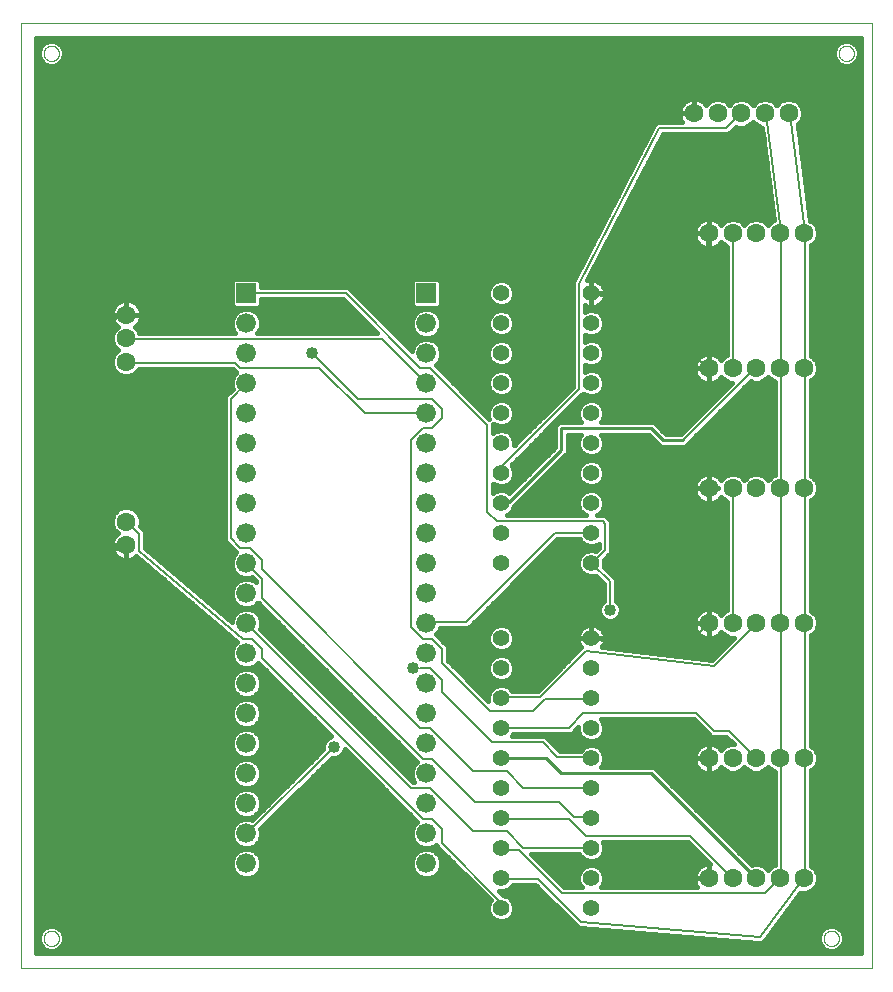
<source format=gtl>
G75*
%MOIN*%
%OFA0B0*%
%FSLAX25Y25*%
%IPPOS*%
%LPD*%
%AMOC8*
5,1,8,0,0,1.08239X$1,22.5*
%
%ADD10C,0.00000*%
%ADD11C,0.05550*%
%ADD12C,0.06299*%
%ADD13R,0.06600X0.06600*%
%ADD14C,0.06600*%
%ADD15C,0.00800*%
%ADD16C,0.04000*%
%ADD17C,0.01000*%
%ADD18C,0.01600*%
D10*
X0001000Y0001000D02*
X0001000Y0315961D01*
X0284701Y0315961D01*
X0284701Y0001000D01*
X0001000Y0001000D01*
X0008441Y0011000D02*
X0008443Y0011101D01*
X0008449Y0011202D01*
X0008459Y0011303D01*
X0008473Y0011403D01*
X0008491Y0011502D01*
X0008513Y0011601D01*
X0008538Y0011699D01*
X0008568Y0011796D01*
X0008601Y0011891D01*
X0008638Y0011985D01*
X0008679Y0012078D01*
X0008723Y0012169D01*
X0008771Y0012258D01*
X0008823Y0012345D01*
X0008878Y0012430D01*
X0008936Y0012512D01*
X0008997Y0012593D01*
X0009062Y0012671D01*
X0009129Y0012746D01*
X0009199Y0012818D01*
X0009273Y0012888D01*
X0009349Y0012955D01*
X0009427Y0013019D01*
X0009508Y0013079D01*
X0009591Y0013136D01*
X0009677Y0013190D01*
X0009765Y0013241D01*
X0009854Y0013288D01*
X0009945Y0013332D01*
X0010038Y0013371D01*
X0010133Y0013408D01*
X0010228Y0013440D01*
X0010325Y0013469D01*
X0010424Y0013493D01*
X0010522Y0013514D01*
X0010622Y0013531D01*
X0010722Y0013544D01*
X0010823Y0013553D01*
X0010924Y0013558D01*
X0011025Y0013559D01*
X0011126Y0013556D01*
X0011227Y0013549D01*
X0011328Y0013538D01*
X0011428Y0013523D01*
X0011527Y0013504D01*
X0011626Y0013481D01*
X0011723Y0013455D01*
X0011820Y0013424D01*
X0011915Y0013390D01*
X0012008Y0013352D01*
X0012101Y0013310D01*
X0012191Y0013265D01*
X0012280Y0013216D01*
X0012366Y0013164D01*
X0012450Y0013108D01*
X0012533Y0013049D01*
X0012612Y0012987D01*
X0012690Y0012922D01*
X0012764Y0012854D01*
X0012836Y0012782D01*
X0012905Y0012709D01*
X0012971Y0012632D01*
X0013034Y0012553D01*
X0013094Y0012471D01*
X0013150Y0012387D01*
X0013203Y0012301D01*
X0013253Y0012213D01*
X0013299Y0012123D01*
X0013342Y0012032D01*
X0013381Y0011938D01*
X0013416Y0011843D01*
X0013447Y0011747D01*
X0013475Y0011650D01*
X0013499Y0011552D01*
X0013519Y0011453D01*
X0013535Y0011353D01*
X0013547Y0011252D01*
X0013555Y0011152D01*
X0013559Y0011051D01*
X0013559Y0010949D01*
X0013555Y0010848D01*
X0013547Y0010748D01*
X0013535Y0010647D01*
X0013519Y0010547D01*
X0013499Y0010448D01*
X0013475Y0010350D01*
X0013447Y0010253D01*
X0013416Y0010157D01*
X0013381Y0010062D01*
X0013342Y0009968D01*
X0013299Y0009877D01*
X0013253Y0009787D01*
X0013203Y0009699D01*
X0013150Y0009613D01*
X0013094Y0009529D01*
X0013034Y0009447D01*
X0012971Y0009368D01*
X0012905Y0009291D01*
X0012836Y0009218D01*
X0012764Y0009146D01*
X0012690Y0009078D01*
X0012612Y0009013D01*
X0012533Y0008951D01*
X0012450Y0008892D01*
X0012366Y0008836D01*
X0012279Y0008784D01*
X0012191Y0008735D01*
X0012101Y0008690D01*
X0012008Y0008648D01*
X0011915Y0008610D01*
X0011820Y0008576D01*
X0011723Y0008545D01*
X0011626Y0008519D01*
X0011527Y0008496D01*
X0011428Y0008477D01*
X0011328Y0008462D01*
X0011227Y0008451D01*
X0011126Y0008444D01*
X0011025Y0008441D01*
X0010924Y0008442D01*
X0010823Y0008447D01*
X0010722Y0008456D01*
X0010622Y0008469D01*
X0010522Y0008486D01*
X0010424Y0008507D01*
X0010325Y0008531D01*
X0010228Y0008560D01*
X0010133Y0008592D01*
X0010038Y0008629D01*
X0009945Y0008668D01*
X0009854Y0008712D01*
X0009765Y0008759D01*
X0009677Y0008810D01*
X0009591Y0008864D01*
X0009508Y0008921D01*
X0009427Y0008981D01*
X0009349Y0009045D01*
X0009273Y0009112D01*
X0009199Y0009182D01*
X0009129Y0009254D01*
X0009062Y0009329D01*
X0008997Y0009407D01*
X0008936Y0009488D01*
X0008878Y0009570D01*
X0008823Y0009655D01*
X0008771Y0009742D01*
X0008723Y0009831D01*
X0008679Y0009922D01*
X0008638Y0010015D01*
X0008601Y0010109D01*
X0008568Y0010204D01*
X0008538Y0010301D01*
X0008513Y0010399D01*
X0008491Y0010498D01*
X0008473Y0010597D01*
X0008459Y0010697D01*
X0008449Y0010798D01*
X0008443Y0010899D01*
X0008441Y0011000D01*
X0268441Y0011000D02*
X0268443Y0011101D01*
X0268449Y0011202D01*
X0268459Y0011303D01*
X0268473Y0011403D01*
X0268491Y0011502D01*
X0268513Y0011601D01*
X0268538Y0011699D01*
X0268568Y0011796D01*
X0268601Y0011891D01*
X0268638Y0011985D01*
X0268679Y0012078D01*
X0268723Y0012169D01*
X0268771Y0012258D01*
X0268823Y0012345D01*
X0268878Y0012430D01*
X0268936Y0012512D01*
X0268997Y0012593D01*
X0269062Y0012671D01*
X0269129Y0012746D01*
X0269199Y0012818D01*
X0269273Y0012888D01*
X0269349Y0012955D01*
X0269427Y0013019D01*
X0269508Y0013079D01*
X0269591Y0013136D01*
X0269677Y0013190D01*
X0269765Y0013241D01*
X0269854Y0013288D01*
X0269945Y0013332D01*
X0270038Y0013371D01*
X0270133Y0013408D01*
X0270228Y0013440D01*
X0270325Y0013469D01*
X0270424Y0013493D01*
X0270522Y0013514D01*
X0270622Y0013531D01*
X0270722Y0013544D01*
X0270823Y0013553D01*
X0270924Y0013558D01*
X0271025Y0013559D01*
X0271126Y0013556D01*
X0271227Y0013549D01*
X0271328Y0013538D01*
X0271428Y0013523D01*
X0271527Y0013504D01*
X0271626Y0013481D01*
X0271723Y0013455D01*
X0271820Y0013424D01*
X0271915Y0013390D01*
X0272008Y0013352D01*
X0272101Y0013310D01*
X0272191Y0013265D01*
X0272280Y0013216D01*
X0272366Y0013164D01*
X0272450Y0013108D01*
X0272533Y0013049D01*
X0272612Y0012987D01*
X0272690Y0012922D01*
X0272764Y0012854D01*
X0272836Y0012782D01*
X0272905Y0012709D01*
X0272971Y0012632D01*
X0273034Y0012553D01*
X0273094Y0012471D01*
X0273150Y0012387D01*
X0273203Y0012301D01*
X0273253Y0012213D01*
X0273299Y0012123D01*
X0273342Y0012032D01*
X0273381Y0011938D01*
X0273416Y0011843D01*
X0273447Y0011747D01*
X0273475Y0011650D01*
X0273499Y0011552D01*
X0273519Y0011453D01*
X0273535Y0011353D01*
X0273547Y0011252D01*
X0273555Y0011152D01*
X0273559Y0011051D01*
X0273559Y0010949D01*
X0273555Y0010848D01*
X0273547Y0010748D01*
X0273535Y0010647D01*
X0273519Y0010547D01*
X0273499Y0010448D01*
X0273475Y0010350D01*
X0273447Y0010253D01*
X0273416Y0010157D01*
X0273381Y0010062D01*
X0273342Y0009968D01*
X0273299Y0009877D01*
X0273253Y0009787D01*
X0273203Y0009699D01*
X0273150Y0009613D01*
X0273094Y0009529D01*
X0273034Y0009447D01*
X0272971Y0009368D01*
X0272905Y0009291D01*
X0272836Y0009218D01*
X0272764Y0009146D01*
X0272690Y0009078D01*
X0272612Y0009013D01*
X0272533Y0008951D01*
X0272450Y0008892D01*
X0272366Y0008836D01*
X0272279Y0008784D01*
X0272191Y0008735D01*
X0272101Y0008690D01*
X0272008Y0008648D01*
X0271915Y0008610D01*
X0271820Y0008576D01*
X0271723Y0008545D01*
X0271626Y0008519D01*
X0271527Y0008496D01*
X0271428Y0008477D01*
X0271328Y0008462D01*
X0271227Y0008451D01*
X0271126Y0008444D01*
X0271025Y0008441D01*
X0270924Y0008442D01*
X0270823Y0008447D01*
X0270722Y0008456D01*
X0270622Y0008469D01*
X0270522Y0008486D01*
X0270424Y0008507D01*
X0270325Y0008531D01*
X0270228Y0008560D01*
X0270133Y0008592D01*
X0270038Y0008629D01*
X0269945Y0008668D01*
X0269854Y0008712D01*
X0269765Y0008759D01*
X0269677Y0008810D01*
X0269591Y0008864D01*
X0269508Y0008921D01*
X0269427Y0008981D01*
X0269349Y0009045D01*
X0269273Y0009112D01*
X0269199Y0009182D01*
X0269129Y0009254D01*
X0269062Y0009329D01*
X0268997Y0009407D01*
X0268936Y0009488D01*
X0268878Y0009570D01*
X0268823Y0009655D01*
X0268771Y0009742D01*
X0268723Y0009831D01*
X0268679Y0009922D01*
X0268638Y0010015D01*
X0268601Y0010109D01*
X0268568Y0010204D01*
X0268538Y0010301D01*
X0268513Y0010399D01*
X0268491Y0010498D01*
X0268473Y0010597D01*
X0268459Y0010697D01*
X0268449Y0010798D01*
X0268443Y0010899D01*
X0268441Y0011000D01*
X0273441Y0306000D02*
X0273443Y0306101D01*
X0273449Y0306202D01*
X0273459Y0306303D01*
X0273473Y0306403D01*
X0273491Y0306502D01*
X0273513Y0306601D01*
X0273538Y0306699D01*
X0273568Y0306796D01*
X0273601Y0306891D01*
X0273638Y0306985D01*
X0273679Y0307078D01*
X0273723Y0307169D01*
X0273771Y0307258D01*
X0273823Y0307345D01*
X0273878Y0307430D01*
X0273936Y0307512D01*
X0273997Y0307593D01*
X0274062Y0307671D01*
X0274129Y0307746D01*
X0274199Y0307818D01*
X0274273Y0307888D01*
X0274349Y0307955D01*
X0274427Y0308019D01*
X0274508Y0308079D01*
X0274591Y0308136D01*
X0274677Y0308190D01*
X0274765Y0308241D01*
X0274854Y0308288D01*
X0274945Y0308332D01*
X0275038Y0308371D01*
X0275133Y0308408D01*
X0275228Y0308440D01*
X0275325Y0308469D01*
X0275424Y0308493D01*
X0275522Y0308514D01*
X0275622Y0308531D01*
X0275722Y0308544D01*
X0275823Y0308553D01*
X0275924Y0308558D01*
X0276025Y0308559D01*
X0276126Y0308556D01*
X0276227Y0308549D01*
X0276328Y0308538D01*
X0276428Y0308523D01*
X0276527Y0308504D01*
X0276626Y0308481D01*
X0276723Y0308455D01*
X0276820Y0308424D01*
X0276915Y0308390D01*
X0277008Y0308352D01*
X0277101Y0308310D01*
X0277191Y0308265D01*
X0277280Y0308216D01*
X0277366Y0308164D01*
X0277450Y0308108D01*
X0277533Y0308049D01*
X0277612Y0307987D01*
X0277690Y0307922D01*
X0277764Y0307854D01*
X0277836Y0307782D01*
X0277905Y0307709D01*
X0277971Y0307632D01*
X0278034Y0307553D01*
X0278094Y0307471D01*
X0278150Y0307387D01*
X0278203Y0307301D01*
X0278253Y0307213D01*
X0278299Y0307123D01*
X0278342Y0307032D01*
X0278381Y0306938D01*
X0278416Y0306843D01*
X0278447Y0306747D01*
X0278475Y0306650D01*
X0278499Y0306552D01*
X0278519Y0306453D01*
X0278535Y0306353D01*
X0278547Y0306252D01*
X0278555Y0306152D01*
X0278559Y0306051D01*
X0278559Y0305949D01*
X0278555Y0305848D01*
X0278547Y0305748D01*
X0278535Y0305647D01*
X0278519Y0305547D01*
X0278499Y0305448D01*
X0278475Y0305350D01*
X0278447Y0305253D01*
X0278416Y0305157D01*
X0278381Y0305062D01*
X0278342Y0304968D01*
X0278299Y0304877D01*
X0278253Y0304787D01*
X0278203Y0304699D01*
X0278150Y0304613D01*
X0278094Y0304529D01*
X0278034Y0304447D01*
X0277971Y0304368D01*
X0277905Y0304291D01*
X0277836Y0304218D01*
X0277764Y0304146D01*
X0277690Y0304078D01*
X0277612Y0304013D01*
X0277533Y0303951D01*
X0277450Y0303892D01*
X0277366Y0303836D01*
X0277279Y0303784D01*
X0277191Y0303735D01*
X0277101Y0303690D01*
X0277008Y0303648D01*
X0276915Y0303610D01*
X0276820Y0303576D01*
X0276723Y0303545D01*
X0276626Y0303519D01*
X0276527Y0303496D01*
X0276428Y0303477D01*
X0276328Y0303462D01*
X0276227Y0303451D01*
X0276126Y0303444D01*
X0276025Y0303441D01*
X0275924Y0303442D01*
X0275823Y0303447D01*
X0275722Y0303456D01*
X0275622Y0303469D01*
X0275522Y0303486D01*
X0275424Y0303507D01*
X0275325Y0303531D01*
X0275228Y0303560D01*
X0275133Y0303592D01*
X0275038Y0303629D01*
X0274945Y0303668D01*
X0274854Y0303712D01*
X0274765Y0303759D01*
X0274677Y0303810D01*
X0274591Y0303864D01*
X0274508Y0303921D01*
X0274427Y0303981D01*
X0274349Y0304045D01*
X0274273Y0304112D01*
X0274199Y0304182D01*
X0274129Y0304254D01*
X0274062Y0304329D01*
X0273997Y0304407D01*
X0273936Y0304488D01*
X0273878Y0304570D01*
X0273823Y0304655D01*
X0273771Y0304742D01*
X0273723Y0304831D01*
X0273679Y0304922D01*
X0273638Y0305015D01*
X0273601Y0305109D01*
X0273568Y0305204D01*
X0273538Y0305301D01*
X0273513Y0305399D01*
X0273491Y0305498D01*
X0273473Y0305597D01*
X0273459Y0305697D01*
X0273449Y0305798D01*
X0273443Y0305899D01*
X0273441Y0306000D01*
X0008441Y0306000D02*
X0008443Y0306101D01*
X0008449Y0306202D01*
X0008459Y0306303D01*
X0008473Y0306403D01*
X0008491Y0306502D01*
X0008513Y0306601D01*
X0008538Y0306699D01*
X0008568Y0306796D01*
X0008601Y0306891D01*
X0008638Y0306985D01*
X0008679Y0307078D01*
X0008723Y0307169D01*
X0008771Y0307258D01*
X0008823Y0307345D01*
X0008878Y0307430D01*
X0008936Y0307512D01*
X0008997Y0307593D01*
X0009062Y0307671D01*
X0009129Y0307746D01*
X0009199Y0307818D01*
X0009273Y0307888D01*
X0009349Y0307955D01*
X0009427Y0308019D01*
X0009508Y0308079D01*
X0009591Y0308136D01*
X0009677Y0308190D01*
X0009765Y0308241D01*
X0009854Y0308288D01*
X0009945Y0308332D01*
X0010038Y0308371D01*
X0010133Y0308408D01*
X0010228Y0308440D01*
X0010325Y0308469D01*
X0010424Y0308493D01*
X0010522Y0308514D01*
X0010622Y0308531D01*
X0010722Y0308544D01*
X0010823Y0308553D01*
X0010924Y0308558D01*
X0011025Y0308559D01*
X0011126Y0308556D01*
X0011227Y0308549D01*
X0011328Y0308538D01*
X0011428Y0308523D01*
X0011527Y0308504D01*
X0011626Y0308481D01*
X0011723Y0308455D01*
X0011820Y0308424D01*
X0011915Y0308390D01*
X0012008Y0308352D01*
X0012101Y0308310D01*
X0012191Y0308265D01*
X0012280Y0308216D01*
X0012366Y0308164D01*
X0012450Y0308108D01*
X0012533Y0308049D01*
X0012612Y0307987D01*
X0012690Y0307922D01*
X0012764Y0307854D01*
X0012836Y0307782D01*
X0012905Y0307709D01*
X0012971Y0307632D01*
X0013034Y0307553D01*
X0013094Y0307471D01*
X0013150Y0307387D01*
X0013203Y0307301D01*
X0013253Y0307213D01*
X0013299Y0307123D01*
X0013342Y0307032D01*
X0013381Y0306938D01*
X0013416Y0306843D01*
X0013447Y0306747D01*
X0013475Y0306650D01*
X0013499Y0306552D01*
X0013519Y0306453D01*
X0013535Y0306353D01*
X0013547Y0306252D01*
X0013555Y0306152D01*
X0013559Y0306051D01*
X0013559Y0305949D01*
X0013555Y0305848D01*
X0013547Y0305748D01*
X0013535Y0305647D01*
X0013519Y0305547D01*
X0013499Y0305448D01*
X0013475Y0305350D01*
X0013447Y0305253D01*
X0013416Y0305157D01*
X0013381Y0305062D01*
X0013342Y0304968D01*
X0013299Y0304877D01*
X0013253Y0304787D01*
X0013203Y0304699D01*
X0013150Y0304613D01*
X0013094Y0304529D01*
X0013034Y0304447D01*
X0012971Y0304368D01*
X0012905Y0304291D01*
X0012836Y0304218D01*
X0012764Y0304146D01*
X0012690Y0304078D01*
X0012612Y0304013D01*
X0012533Y0303951D01*
X0012450Y0303892D01*
X0012366Y0303836D01*
X0012279Y0303784D01*
X0012191Y0303735D01*
X0012101Y0303690D01*
X0012008Y0303648D01*
X0011915Y0303610D01*
X0011820Y0303576D01*
X0011723Y0303545D01*
X0011626Y0303519D01*
X0011527Y0303496D01*
X0011428Y0303477D01*
X0011328Y0303462D01*
X0011227Y0303451D01*
X0011126Y0303444D01*
X0011025Y0303441D01*
X0010924Y0303442D01*
X0010823Y0303447D01*
X0010722Y0303456D01*
X0010622Y0303469D01*
X0010522Y0303486D01*
X0010424Y0303507D01*
X0010325Y0303531D01*
X0010228Y0303560D01*
X0010133Y0303592D01*
X0010038Y0303629D01*
X0009945Y0303668D01*
X0009854Y0303712D01*
X0009765Y0303759D01*
X0009677Y0303810D01*
X0009591Y0303864D01*
X0009508Y0303921D01*
X0009427Y0303981D01*
X0009349Y0304045D01*
X0009273Y0304112D01*
X0009199Y0304182D01*
X0009129Y0304254D01*
X0009062Y0304329D01*
X0008997Y0304407D01*
X0008936Y0304488D01*
X0008878Y0304570D01*
X0008823Y0304655D01*
X0008771Y0304742D01*
X0008723Y0304831D01*
X0008679Y0304922D01*
X0008638Y0305015D01*
X0008601Y0305109D01*
X0008568Y0305204D01*
X0008538Y0305301D01*
X0008513Y0305399D01*
X0008491Y0305498D01*
X0008473Y0305597D01*
X0008459Y0305697D01*
X0008449Y0305798D01*
X0008443Y0305899D01*
X0008441Y0306000D01*
D11*
X0161000Y0226000D03*
X0161000Y0216000D03*
X0161000Y0206000D03*
X0161000Y0196000D03*
X0161000Y0186000D03*
X0161000Y0176000D03*
X0161000Y0166000D03*
X0161000Y0156000D03*
X0161000Y0146000D03*
X0161000Y0136000D03*
X0161000Y0111000D03*
X0161000Y0101000D03*
X0161000Y0091000D03*
X0161000Y0081000D03*
X0161000Y0071000D03*
X0161000Y0061000D03*
X0161000Y0051000D03*
X0161000Y0041000D03*
X0161000Y0031000D03*
X0161000Y0021000D03*
X0191000Y0021000D03*
X0191000Y0031000D03*
X0191000Y0041000D03*
X0191000Y0051000D03*
X0191000Y0061000D03*
X0191000Y0071000D03*
X0191000Y0081000D03*
X0191000Y0091000D03*
X0191000Y0101000D03*
X0191000Y0111000D03*
X0191000Y0136000D03*
X0191000Y0146000D03*
X0191000Y0156000D03*
X0191000Y0166000D03*
X0191000Y0176000D03*
X0191000Y0186000D03*
X0191000Y0196000D03*
X0191000Y0206000D03*
X0191000Y0216000D03*
X0191000Y0226000D03*
D12*
X0230252Y0246000D03*
X0238126Y0246000D03*
X0246000Y0246000D03*
X0253874Y0246000D03*
X0261748Y0246000D03*
X0256748Y0286000D03*
X0248874Y0286000D03*
X0241000Y0286000D03*
X0233126Y0286000D03*
X0225252Y0286000D03*
X0230252Y0201000D03*
X0238126Y0201000D03*
X0246000Y0201000D03*
X0253874Y0201000D03*
X0261748Y0201000D03*
X0261748Y0161000D03*
X0253874Y0161000D03*
X0246000Y0161000D03*
X0238126Y0161000D03*
X0230252Y0161000D03*
X0230252Y0116000D03*
X0238126Y0116000D03*
X0246000Y0116000D03*
X0253874Y0116000D03*
X0261748Y0116000D03*
X0261748Y0071000D03*
X0253874Y0071000D03*
X0246000Y0071000D03*
X0238126Y0071000D03*
X0230252Y0071000D03*
X0230252Y0031000D03*
X0238126Y0031000D03*
X0246000Y0031000D03*
X0253874Y0031000D03*
X0261748Y0031000D03*
X0036000Y0142063D03*
X0036000Y0149937D03*
X0036000Y0203126D03*
X0036000Y0211000D03*
X0036000Y0218874D03*
D13*
X0076000Y0226000D03*
X0136000Y0226000D03*
D14*
X0136000Y0216000D03*
X0136000Y0206000D03*
X0136000Y0196000D03*
X0136000Y0186000D03*
X0136000Y0176000D03*
X0136000Y0166000D03*
X0136000Y0156000D03*
X0136000Y0146000D03*
X0136000Y0136000D03*
X0136000Y0126000D03*
X0136000Y0116000D03*
X0136000Y0106000D03*
X0136000Y0096000D03*
X0136000Y0086000D03*
X0136000Y0076000D03*
X0136000Y0066000D03*
X0136000Y0056000D03*
X0136000Y0046000D03*
X0136000Y0036000D03*
X0076000Y0036000D03*
X0076000Y0046000D03*
X0076000Y0056000D03*
X0076000Y0066000D03*
X0076000Y0076000D03*
X0076000Y0086000D03*
X0076000Y0096000D03*
X0076000Y0106000D03*
X0076000Y0116000D03*
X0076000Y0126000D03*
X0076000Y0136000D03*
X0076000Y0146000D03*
X0076000Y0156000D03*
X0076000Y0166000D03*
X0076000Y0176000D03*
X0076000Y0186000D03*
X0076000Y0196000D03*
X0076000Y0206000D03*
X0076000Y0216000D03*
D15*
X0076000Y0226000D02*
X0109200Y0226000D01*
X0134000Y0201200D01*
X0137200Y0201200D01*
X0156400Y0182000D01*
X0156400Y0153200D01*
X0159600Y0150000D01*
X0194800Y0150000D01*
X0195600Y0149200D01*
X0195600Y0140400D01*
X0191600Y0136400D01*
X0191000Y0136000D01*
X0191600Y0135600D01*
X0197200Y0130000D01*
X0197200Y0120400D01*
X0191600Y0110800D02*
X0191000Y0111000D01*
X0191600Y0110800D02*
X0220000Y0105800D01*
X0229600Y0115400D01*
X0230252Y0116000D01*
X0230400Y0116200D01*
X0230400Y0161000D01*
X0230252Y0161000D01*
X0238126Y0161000D02*
X0238400Y0161000D01*
X0238400Y0116200D01*
X0238126Y0116000D01*
X0245600Y0115400D02*
X0246000Y0116000D01*
X0245600Y0115400D02*
X0232000Y0101800D01*
X0189200Y0106800D01*
X0174000Y0091600D01*
X0161200Y0091600D01*
X0161000Y0091000D01*
X0157200Y0086800D02*
X0141200Y0102800D01*
X0141200Y0107600D01*
X0138000Y0110800D01*
X0134800Y0110800D01*
X0130800Y0114800D01*
X0130800Y0177200D01*
X0134800Y0181200D01*
X0138000Y0181200D01*
X0141200Y0184400D01*
X0141200Y0187600D01*
X0138000Y0190800D01*
X0113200Y0190800D01*
X0098000Y0206000D01*
X0100400Y0201200D02*
X0115600Y0186000D01*
X0136000Y0186000D01*
X0136000Y0196000D02*
X0121200Y0210800D01*
X0036400Y0210800D01*
X0036000Y0211000D01*
X0036000Y0203126D02*
X0036400Y0202800D01*
X0072400Y0202800D01*
X0074000Y0201200D01*
X0100400Y0201200D01*
X0076000Y0196000D02*
X0070800Y0190800D01*
X0070800Y0144400D01*
X0074000Y0141200D01*
X0077200Y0141200D01*
X0081200Y0137200D01*
X0081200Y0134000D01*
X0134000Y0081200D01*
X0137200Y0081200D01*
X0151600Y0066800D01*
X0162800Y0066800D01*
X0168400Y0061200D01*
X0190800Y0061200D01*
X0191000Y0061000D01*
X0190800Y0051600D02*
X0185200Y0051600D01*
X0180400Y0056400D01*
X0152400Y0056400D01*
X0138000Y0070800D01*
X0134800Y0070800D01*
X0081200Y0124400D01*
X0081200Y0130800D01*
X0076000Y0136000D01*
X0076000Y0116000D02*
X0130800Y0061200D01*
X0137200Y0061200D01*
X0151600Y0046800D01*
X0162800Y0046800D01*
X0168400Y0041200D01*
X0190800Y0041200D01*
X0191000Y0041000D01*
X0189200Y0045200D02*
X0224000Y0045200D01*
X0237600Y0031600D01*
X0238126Y0031000D01*
X0245600Y0031600D02*
X0246000Y0031000D01*
X0248800Y0026000D02*
X0181200Y0026000D01*
X0166800Y0040400D01*
X0161200Y0040400D01*
X0161000Y0041000D01*
X0161200Y0050800D02*
X0161000Y0051000D01*
X0161200Y0050800D02*
X0183600Y0050800D01*
X0189200Y0045200D01*
X0191000Y0051000D02*
X0190800Y0051600D01*
X0191000Y0071000D02*
X0190800Y0071600D01*
X0179600Y0071600D01*
X0174800Y0076400D01*
X0158000Y0076400D01*
X0141200Y0093200D01*
X0141200Y0097200D01*
X0137200Y0101200D01*
X0134000Y0101200D01*
X0136000Y0116000D02*
X0136400Y0116400D01*
X0149200Y0116400D01*
X0178800Y0146000D01*
X0191000Y0146000D01*
X0163600Y0156400D02*
X0161200Y0156400D01*
X0161000Y0156000D01*
X0161000Y0166000D02*
X0161200Y0166000D01*
X0161200Y0168400D01*
X0186800Y0194000D01*
X0186800Y0229200D01*
X0213600Y0281000D01*
X0235800Y0281000D01*
X0240600Y0285800D01*
X0241000Y0286000D01*
X0248874Y0286000D02*
X0249400Y0285800D01*
X0254400Y0246600D01*
X0253874Y0246000D01*
X0254400Y0245800D01*
X0254400Y0201000D01*
X0253874Y0201000D01*
X0254400Y0201000D02*
X0254400Y0161000D01*
X0253874Y0161000D01*
X0254400Y0161000D02*
X0254400Y0116200D01*
X0253874Y0116000D01*
X0254400Y0115400D01*
X0254400Y0071400D01*
X0253874Y0071000D01*
X0254400Y0070600D01*
X0254400Y0031600D01*
X0253874Y0031000D01*
X0253600Y0030800D01*
X0248800Y0026000D01*
X0261600Y0030800D02*
X0261748Y0031000D01*
X0262400Y0031600D01*
X0262400Y0070600D01*
X0261748Y0071000D01*
X0262400Y0071400D01*
X0262400Y0115400D01*
X0261748Y0116000D01*
X0262400Y0116200D01*
X0262400Y0161000D01*
X0261748Y0161000D01*
X0262400Y0161000D02*
X0262400Y0201000D01*
X0261748Y0201000D01*
X0262400Y0201000D02*
X0262400Y0245800D01*
X0261748Y0246000D01*
X0262400Y0246600D01*
X0257400Y0285800D01*
X0256748Y0286000D01*
X0238126Y0246000D02*
X0238400Y0245800D01*
X0238400Y0201000D01*
X0238126Y0201000D01*
X0245600Y0201000D02*
X0246000Y0201000D01*
X0245600Y0201000D02*
X0221600Y0177000D01*
X0229600Y0201000D02*
X0230252Y0201000D01*
X0229600Y0201000D02*
X0209600Y0221000D01*
X0229600Y0241000D01*
X0229600Y0245800D01*
X0230252Y0246000D01*
X0209600Y0221000D02*
X0191000Y0226000D01*
X0078000Y0110800D02*
X0081200Y0107600D01*
X0081200Y0104400D01*
X0134800Y0050800D01*
X0138000Y0050800D01*
X0141200Y0047600D01*
X0141200Y0042800D01*
X0160400Y0023600D01*
X0160400Y0021200D01*
X0161000Y0021000D01*
X0161200Y0030800D02*
X0161000Y0031000D01*
X0161200Y0030800D02*
X0173200Y0030800D01*
X0187600Y0016400D01*
X0247200Y0011400D01*
X0261600Y0030800D01*
X0246000Y0071000D02*
X0236800Y0080200D01*
X0231800Y0080200D01*
X0226000Y0086000D01*
X0188400Y0086000D01*
X0183600Y0081200D01*
X0161200Y0081200D01*
X0161000Y0081000D01*
X0157200Y0086800D02*
X0171600Y0086800D01*
X0175600Y0090800D01*
X0190800Y0090800D01*
X0191000Y0091000D01*
X0105200Y0074800D02*
X0076400Y0046000D01*
X0076000Y0046000D01*
X0074800Y0110800D02*
X0040400Y0140200D01*
X0040400Y0145800D01*
X0036400Y0149800D01*
X0036000Y0149937D01*
X0031000Y0141000D02*
X0021000Y0141000D01*
X0021000Y0214800D01*
X0026600Y0214800D02*
X0035600Y0218800D01*
X0036000Y0218874D01*
X0074800Y0110800D02*
X0078000Y0110800D01*
D16*
X0105200Y0074800D03*
X0131600Y0101200D03*
X0197200Y0120400D03*
X0098000Y0206000D03*
D17*
X0163600Y0156400D02*
X0181000Y0173800D01*
X0181000Y0181000D01*
X0211000Y0181000D01*
X0215000Y0177000D01*
X0221600Y0177000D01*
X0176000Y0071000D02*
X0161000Y0071000D01*
X0176000Y0071000D02*
X0181000Y0066000D01*
X0211000Y0066000D01*
X0246000Y0031000D01*
D18*
X0248944Y0034773D02*
X0250930Y0034773D01*
X0251184Y0035027D02*
X0249937Y0033780D01*
X0248690Y0035027D01*
X0246945Y0035750D01*
X0245055Y0035750D01*
X0244465Y0035505D01*
X0211870Y0068100D01*
X0194287Y0068100D01*
X0194709Y0068522D01*
X0195375Y0070130D01*
X0195375Y0071870D01*
X0194709Y0073478D01*
X0193478Y0074709D01*
X0191870Y0075375D01*
X0190130Y0075375D01*
X0188522Y0074709D01*
X0187413Y0073600D01*
X0180428Y0073600D01*
X0176800Y0077228D01*
X0175628Y0078400D01*
X0164587Y0078400D01*
X0164709Y0078522D01*
X0164990Y0079200D01*
X0184428Y0079200D01*
X0186625Y0081397D01*
X0186625Y0080130D01*
X0187291Y0078522D01*
X0188522Y0077291D01*
X0190130Y0076625D01*
X0191870Y0076625D01*
X0193478Y0077291D01*
X0194709Y0078522D01*
X0195375Y0080130D01*
X0195375Y0081870D01*
X0194709Y0083478D01*
X0194187Y0084000D01*
X0225172Y0084000D01*
X0229800Y0079372D01*
X0229800Y0079372D01*
X0230972Y0078200D01*
X0235972Y0078200D01*
X0238422Y0075750D01*
X0237181Y0075750D01*
X0235436Y0075027D01*
X0234282Y0073873D01*
X0234027Y0074224D01*
X0233476Y0074775D01*
X0232846Y0075233D01*
X0232152Y0075587D01*
X0231411Y0075828D01*
X0230642Y0075950D01*
X0230252Y0075950D01*
X0230252Y0071000D01*
X0230252Y0071000D01*
X0230252Y0066050D01*
X0230642Y0066050D01*
X0231411Y0066172D01*
X0232152Y0066413D01*
X0232846Y0066767D01*
X0233476Y0067225D01*
X0234027Y0067776D01*
X0234282Y0068127D01*
X0235436Y0066973D01*
X0237181Y0066250D01*
X0239071Y0066250D01*
X0240816Y0066973D01*
X0242063Y0068220D01*
X0243310Y0066973D01*
X0245055Y0066250D01*
X0246945Y0066250D01*
X0248690Y0066973D01*
X0249937Y0068220D01*
X0251184Y0066973D01*
X0252400Y0066470D01*
X0252400Y0035530D01*
X0251184Y0035027D01*
X0252400Y0036372D02*
X0243598Y0036372D01*
X0242000Y0037970D02*
X0252400Y0037970D01*
X0252400Y0039569D02*
X0240401Y0039569D01*
X0238803Y0041167D02*
X0252400Y0041167D01*
X0252400Y0042766D02*
X0237204Y0042766D01*
X0235606Y0044364D02*
X0252400Y0044364D01*
X0252400Y0045963D02*
X0234007Y0045963D01*
X0232409Y0047561D02*
X0252400Y0047561D01*
X0252400Y0049160D02*
X0230810Y0049160D01*
X0229212Y0050758D02*
X0252400Y0050758D01*
X0252400Y0052357D02*
X0227613Y0052357D01*
X0226014Y0053955D02*
X0252400Y0053955D01*
X0252400Y0055554D02*
X0224416Y0055554D01*
X0222817Y0057152D02*
X0252400Y0057152D01*
X0252400Y0058751D02*
X0221219Y0058751D01*
X0219620Y0060349D02*
X0252400Y0060349D01*
X0252400Y0061948D02*
X0218022Y0061948D01*
X0216423Y0063546D02*
X0252400Y0063546D01*
X0252400Y0065145D02*
X0214825Y0065145D01*
X0213226Y0066743D02*
X0227704Y0066743D01*
X0227658Y0066767D02*
X0228352Y0066413D01*
X0229093Y0066172D01*
X0229862Y0066050D01*
X0230252Y0066050D01*
X0230252Y0071000D01*
X0230252Y0071000D01*
X0230252Y0075950D01*
X0229862Y0075950D01*
X0229093Y0075828D01*
X0228352Y0075587D01*
X0227658Y0075233D01*
X0227028Y0074775D01*
X0226477Y0074224D01*
X0226019Y0073594D01*
X0225665Y0072900D01*
X0225424Y0072159D01*
X0225302Y0071390D01*
X0225302Y0071000D01*
X0225302Y0070610D01*
X0225424Y0069841D01*
X0225665Y0069100D01*
X0226019Y0068406D01*
X0226477Y0067776D01*
X0227028Y0067225D01*
X0227658Y0066767D01*
X0226065Y0068342D02*
X0194529Y0068342D01*
X0195296Y0069940D02*
X0225408Y0069940D01*
X0225302Y0071000D02*
X0230252Y0071000D01*
X0230252Y0071000D01*
X0225302Y0071000D01*
X0225326Y0071539D02*
X0195375Y0071539D01*
X0194850Y0073137D02*
X0225786Y0073137D01*
X0226988Y0074736D02*
X0193412Y0074736D01*
X0194120Y0077933D02*
X0236239Y0077933D01*
X0237837Y0076334D02*
X0177694Y0076334D01*
X0179292Y0074736D02*
X0188588Y0074736D01*
X0187880Y0077933D02*
X0176095Y0077933D01*
X0184760Y0079532D02*
X0186873Y0079532D01*
X0186625Y0081130D02*
X0186358Y0081130D01*
X0195019Y0082729D02*
X0226443Y0082729D01*
X0228042Y0081130D02*
X0195375Y0081130D01*
X0195127Y0079532D02*
X0229640Y0079532D01*
X0230252Y0074736D02*
X0230252Y0074736D01*
X0230252Y0073137D02*
X0230252Y0073137D01*
X0230252Y0071539D02*
X0230252Y0071539D01*
X0230252Y0069940D02*
X0230252Y0069940D01*
X0230252Y0068342D02*
X0230252Y0068342D01*
X0230252Y0066743D02*
X0230252Y0066743D01*
X0232800Y0066743D02*
X0235991Y0066743D01*
X0240261Y0066743D02*
X0243865Y0066743D01*
X0248135Y0066743D02*
X0251739Y0066743D01*
X0264400Y0066743D02*
X0281000Y0066743D01*
X0281000Y0065145D02*
X0264400Y0065145D01*
X0264400Y0063546D02*
X0281000Y0063546D01*
X0281000Y0061948D02*
X0264400Y0061948D01*
X0264400Y0060349D02*
X0281000Y0060349D01*
X0281000Y0058751D02*
X0264400Y0058751D01*
X0264400Y0057152D02*
X0281000Y0057152D01*
X0281000Y0055554D02*
X0264400Y0055554D01*
X0264400Y0053955D02*
X0281000Y0053955D01*
X0281000Y0052357D02*
X0264400Y0052357D01*
X0264400Y0050758D02*
X0281000Y0050758D01*
X0281000Y0049160D02*
X0264400Y0049160D01*
X0264400Y0047561D02*
X0281000Y0047561D01*
X0281000Y0045963D02*
X0264400Y0045963D01*
X0264400Y0044364D02*
X0281000Y0044364D01*
X0281000Y0042766D02*
X0264400Y0042766D01*
X0264400Y0041167D02*
X0281000Y0041167D01*
X0281000Y0039569D02*
X0264400Y0039569D01*
X0264400Y0037970D02*
X0281000Y0037970D01*
X0281000Y0036372D02*
X0264400Y0036372D01*
X0264400Y0035042D02*
X0264400Y0066958D01*
X0264438Y0066973D01*
X0265775Y0068310D01*
X0266498Y0070055D01*
X0266498Y0071945D01*
X0265775Y0073690D01*
X0264438Y0075027D01*
X0264400Y0075042D01*
X0264400Y0111958D01*
X0264438Y0111973D01*
X0265775Y0113310D01*
X0266498Y0115055D01*
X0266498Y0116945D01*
X0265775Y0118690D01*
X0264438Y0120027D01*
X0264400Y0120042D01*
X0264400Y0156958D01*
X0264438Y0156973D01*
X0265775Y0158310D01*
X0266498Y0160055D01*
X0266498Y0161945D01*
X0265775Y0163690D01*
X0264438Y0165027D01*
X0264400Y0165042D01*
X0264400Y0196958D01*
X0264438Y0196973D01*
X0265775Y0198310D01*
X0266498Y0200055D01*
X0266498Y0201945D01*
X0265775Y0203690D01*
X0264438Y0205027D01*
X0264400Y0205042D01*
X0264400Y0241958D01*
X0264438Y0241973D01*
X0265775Y0243310D01*
X0266498Y0245055D01*
X0266498Y0246945D01*
X0265775Y0248690D01*
X0264438Y0250027D01*
X0263954Y0250227D01*
X0259852Y0282387D01*
X0260775Y0283310D01*
X0261498Y0285055D01*
X0261498Y0286945D01*
X0260775Y0288690D01*
X0259438Y0290027D01*
X0257693Y0290750D01*
X0255803Y0290750D01*
X0254058Y0290027D01*
X0252811Y0288780D01*
X0251564Y0290027D01*
X0249819Y0290750D01*
X0247929Y0290750D01*
X0246184Y0290027D01*
X0244937Y0288780D01*
X0243690Y0290027D01*
X0241945Y0290750D01*
X0240055Y0290750D01*
X0238310Y0290027D01*
X0237063Y0288780D01*
X0235816Y0290027D01*
X0234071Y0290750D01*
X0232181Y0290750D01*
X0230436Y0290027D01*
X0229282Y0288873D01*
X0229027Y0289224D01*
X0228476Y0289775D01*
X0227846Y0290233D01*
X0227152Y0290587D01*
X0226411Y0290828D01*
X0225642Y0290950D01*
X0225252Y0290950D01*
X0225252Y0286000D01*
X0225252Y0286000D01*
X0225252Y0290950D01*
X0224862Y0290950D01*
X0224093Y0290828D01*
X0223352Y0290587D01*
X0222658Y0290233D01*
X0222028Y0289775D01*
X0221477Y0289224D01*
X0221019Y0288594D01*
X0220665Y0287900D01*
X0220424Y0287159D01*
X0220302Y0286390D01*
X0220302Y0286000D01*
X0220302Y0285610D01*
X0220424Y0284841D01*
X0220665Y0284100D01*
X0221019Y0283406D01*
X0221314Y0283000D01*
X0214087Y0283000D01*
X0213783Y0283157D01*
X0213290Y0283000D01*
X0212772Y0283000D01*
X0212530Y0282758D01*
X0212204Y0282655D01*
X0211966Y0282195D01*
X0211600Y0281828D01*
X0211600Y0281487D01*
X0185166Y0230395D01*
X0184800Y0230028D01*
X0184800Y0229687D01*
X0184643Y0229383D01*
X0184800Y0228890D01*
X0184800Y0194828D01*
X0165375Y0175403D01*
X0165375Y0176870D01*
X0164709Y0178478D01*
X0163478Y0179709D01*
X0161870Y0180375D01*
X0160130Y0180375D01*
X0158522Y0179709D01*
X0158400Y0179587D01*
X0158400Y0182413D01*
X0158522Y0182291D01*
X0160130Y0181625D01*
X0161870Y0181625D01*
X0163478Y0182291D01*
X0164709Y0183522D01*
X0165375Y0185130D01*
X0165375Y0186870D01*
X0164709Y0188478D01*
X0163478Y0189709D01*
X0161870Y0190375D01*
X0160130Y0190375D01*
X0158522Y0189709D01*
X0157291Y0188478D01*
X0156625Y0186870D01*
X0156625Y0185130D01*
X0156998Y0184231D01*
X0139079Y0202149D01*
X0140154Y0203224D01*
X0140900Y0205025D01*
X0140900Y0206975D01*
X0140154Y0208776D01*
X0138776Y0210154D01*
X0136975Y0210900D01*
X0135025Y0210900D01*
X0133224Y0210154D01*
X0131846Y0208776D01*
X0131100Y0206975D01*
X0131100Y0206928D01*
X0110028Y0228000D01*
X0080900Y0228000D01*
X0080900Y0229963D01*
X0079963Y0230900D01*
X0072037Y0230900D01*
X0071100Y0229963D01*
X0071100Y0222037D01*
X0072037Y0221100D01*
X0079963Y0221100D01*
X0080900Y0222037D01*
X0080900Y0224000D01*
X0108372Y0224000D01*
X0119572Y0212800D01*
X0079730Y0212800D01*
X0080154Y0213224D01*
X0080900Y0215025D01*
X0080900Y0216975D01*
X0080154Y0218776D01*
X0078776Y0220154D01*
X0076975Y0220900D01*
X0075025Y0220900D01*
X0073224Y0220154D01*
X0071846Y0218776D01*
X0071100Y0216975D01*
X0071100Y0215025D01*
X0071846Y0213224D01*
X0072270Y0212800D01*
X0040395Y0212800D01*
X0040027Y0213690D01*
X0038873Y0214844D01*
X0039224Y0215099D01*
X0039775Y0215650D01*
X0040233Y0216280D01*
X0040587Y0216974D01*
X0040828Y0217715D01*
X0040950Y0218484D01*
X0040950Y0218874D01*
X0040950Y0219264D01*
X0040828Y0220033D01*
X0040587Y0220774D01*
X0040233Y0221468D01*
X0039775Y0222098D01*
X0039224Y0222649D01*
X0038594Y0223107D01*
X0037900Y0223461D01*
X0037159Y0223702D01*
X0036390Y0223824D01*
X0036000Y0223824D01*
X0035610Y0223824D01*
X0034841Y0223702D01*
X0034100Y0223461D01*
X0033406Y0223107D01*
X0032776Y0222649D01*
X0032225Y0222098D01*
X0031767Y0221468D01*
X0031413Y0220774D01*
X0031172Y0220033D01*
X0031050Y0219264D01*
X0031050Y0218874D01*
X0031050Y0218484D01*
X0031172Y0217715D01*
X0031413Y0216974D01*
X0031767Y0216280D01*
X0032225Y0215650D01*
X0032776Y0215099D01*
X0033127Y0214844D01*
X0031973Y0213690D01*
X0031250Y0211945D01*
X0031250Y0210055D01*
X0031973Y0208310D01*
X0033220Y0207063D01*
X0031973Y0205816D01*
X0031250Y0204071D01*
X0031250Y0202181D01*
X0031973Y0200436D01*
X0033310Y0199099D01*
X0035055Y0198376D01*
X0036945Y0198376D01*
X0038690Y0199099D01*
X0040027Y0200436D01*
X0040177Y0200800D01*
X0071572Y0200800D01*
X0072000Y0200372D01*
X0072721Y0199651D01*
X0071846Y0198776D01*
X0071100Y0196975D01*
X0071100Y0195025D01*
X0071421Y0194250D01*
X0068800Y0191628D01*
X0068800Y0143572D01*
X0069972Y0142400D01*
X0072721Y0139651D01*
X0071846Y0138776D01*
X0071100Y0136975D01*
X0071100Y0135025D01*
X0071846Y0133224D01*
X0073224Y0131846D01*
X0075025Y0131100D01*
X0076975Y0131100D01*
X0077750Y0131421D01*
X0079200Y0129972D01*
X0079200Y0129730D01*
X0078776Y0130154D01*
X0076975Y0130900D01*
X0075025Y0130900D01*
X0073224Y0130154D01*
X0071846Y0128776D01*
X0071100Y0126975D01*
X0071100Y0125025D01*
X0071846Y0123224D01*
X0073224Y0121846D01*
X0075025Y0121100D01*
X0076975Y0121100D01*
X0078776Y0121846D01*
X0079851Y0122921D01*
X0080372Y0122400D01*
X0132921Y0069851D01*
X0131846Y0068776D01*
X0131100Y0066975D01*
X0131100Y0065025D01*
X0131846Y0063224D01*
X0131870Y0063200D01*
X0131628Y0063200D01*
X0080579Y0114250D01*
X0080900Y0115025D01*
X0080900Y0116975D01*
X0080154Y0118776D01*
X0078776Y0120154D01*
X0076975Y0120900D01*
X0075025Y0120900D01*
X0073224Y0120154D01*
X0071846Y0118776D01*
X0071100Y0116975D01*
X0071100Y0116593D01*
X0042400Y0141122D01*
X0042400Y0146628D01*
X0040541Y0148488D01*
X0040750Y0148992D01*
X0040750Y0150882D01*
X0040027Y0152627D01*
X0038690Y0153964D01*
X0036945Y0154687D01*
X0035055Y0154687D01*
X0033310Y0153964D01*
X0031973Y0152627D01*
X0031250Y0150882D01*
X0031250Y0148992D01*
X0031973Y0147247D01*
X0033127Y0146093D01*
X0032776Y0145838D01*
X0032225Y0145287D01*
X0031767Y0144657D01*
X0031413Y0143963D01*
X0031172Y0143222D01*
X0031050Y0142453D01*
X0031050Y0142063D01*
X0031050Y0141673D01*
X0031172Y0140904D01*
X0031413Y0140163D01*
X0031767Y0139469D01*
X0032225Y0138839D01*
X0032776Y0138288D01*
X0033406Y0137830D01*
X0034100Y0137476D01*
X0034841Y0137235D01*
X0035610Y0137113D01*
X0036000Y0137113D01*
X0036390Y0137113D01*
X0037159Y0137235D01*
X0037900Y0137476D01*
X0038594Y0137830D01*
X0039224Y0138288D01*
X0039354Y0138417D01*
X0039572Y0138200D01*
X0039662Y0138200D01*
X0072880Y0109810D01*
X0071846Y0108776D01*
X0071100Y0106975D01*
X0071100Y0105025D01*
X0071846Y0103224D01*
X0073224Y0101846D01*
X0075025Y0101100D01*
X0076975Y0101100D01*
X0078776Y0101846D01*
X0079851Y0102921D01*
X0080372Y0102400D01*
X0104404Y0078367D01*
X0103161Y0077852D01*
X0102148Y0076839D01*
X0101600Y0075516D01*
X0101600Y0074084D01*
X0101616Y0074045D01*
X0078033Y0050462D01*
X0076975Y0050900D01*
X0075025Y0050900D01*
X0073224Y0050154D01*
X0071846Y0048776D01*
X0071100Y0046975D01*
X0071100Y0045025D01*
X0071846Y0043224D01*
X0073224Y0041846D01*
X0075025Y0041100D01*
X0076975Y0041100D01*
X0078776Y0041846D01*
X0080154Y0043224D01*
X0080900Y0045025D01*
X0080900Y0046975D01*
X0080696Y0047467D01*
X0104445Y0071216D01*
X0104484Y0071200D01*
X0105916Y0071200D01*
X0107239Y0071748D01*
X0108252Y0072761D01*
X0108767Y0074004D01*
X0132921Y0049851D01*
X0131846Y0048776D01*
X0131100Y0046975D01*
X0131100Y0045025D01*
X0131846Y0043224D01*
X0133224Y0041846D01*
X0135025Y0041100D01*
X0136975Y0041100D01*
X0138776Y0041846D01*
X0139200Y0042270D01*
X0139200Y0041972D01*
X0140372Y0040800D01*
X0157492Y0023679D01*
X0157291Y0023478D01*
X0156625Y0021870D01*
X0156625Y0020130D01*
X0157291Y0018522D01*
X0158522Y0017291D01*
X0160130Y0016625D01*
X0161870Y0016625D01*
X0163478Y0017291D01*
X0164709Y0018522D01*
X0165375Y0020130D01*
X0165375Y0021870D01*
X0164709Y0023478D01*
X0163478Y0024709D01*
X0161870Y0025375D01*
X0161454Y0025375D01*
X0160203Y0026625D01*
X0161870Y0026625D01*
X0163478Y0027291D01*
X0164709Y0028522D01*
X0164824Y0028800D01*
X0172372Y0028800D01*
X0186127Y0015045D01*
X0186607Y0014476D01*
X0186703Y0014468D01*
X0186772Y0014400D01*
X0187516Y0014400D01*
X0246465Y0009455D01*
X0246673Y0009300D01*
X0247264Y0009388D01*
X0247858Y0009338D01*
X0248056Y0009505D01*
X0248312Y0009543D01*
X0248668Y0010022D01*
X0249124Y0010407D01*
X0249145Y0010665D01*
X0260735Y0026279D01*
X0260803Y0026250D01*
X0262693Y0026250D01*
X0264438Y0026973D01*
X0265775Y0028310D01*
X0266498Y0030055D01*
X0266498Y0031945D01*
X0265775Y0033690D01*
X0264438Y0035027D01*
X0264400Y0035042D01*
X0264692Y0034773D02*
X0281000Y0034773D01*
X0281000Y0033175D02*
X0265988Y0033175D01*
X0266498Y0031576D02*
X0281000Y0031576D01*
X0281000Y0029978D02*
X0266465Y0029978D01*
X0265803Y0028379D02*
X0281000Y0028379D01*
X0281000Y0026781D02*
X0263973Y0026781D01*
X0259921Y0025182D02*
X0281000Y0025182D01*
X0281000Y0023584D02*
X0258734Y0023584D01*
X0257548Y0021985D02*
X0281000Y0021985D01*
X0281000Y0020387D02*
X0256361Y0020387D01*
X0255175Y0018788D02*
X0281000Y0018788D01*
X0281000Y0017190D02*
X0253988Y0017190D01*
X0252802Y0015591D02*
X0281000Y0015591D01*
X0281000Y0013993D02*
X0273889Y0013993D01*
X0273356Y0014526D02*
X0271827Y0015159D01*
X0270173Y0015159D01*
X0268644Y0014526D01*
X0267474Y0013356D01*
X0266841Y0011827D01*
X0266841Y0010173D01*
X0267474Y0008644D01*
X0268644Y0007474D01*
X0270173Y0006841D01*
X0271827Y0006841D01*
X0273356Y0007474D01*
X0274526Y0008644D01*
X0275159Y0010173D01*
X0275159Y0011827D01*
X0274526Y0013356D01*
X0273356Y0014526D01*
X0274924Y0012394D02*
X0281000Y0012394D01*
X0281000Y0010796D02*
X0275159Y0010796D01*
X0274755Y0009197D02*
X0281000Y0009197D01*
X0281000Y0007599D02*
X0273480Y0007599D01*
X0268520Y0007599D02*
X0013480Y0007599D01*
X0013356Y0007474D02*
X0014526Y0008644D01*
X0015159Y0010173D01*
X0015159Y0011827D01*
X0014526Y0013356D01*
X0013356Y0014526D01*
X0011827Y0015159D01*
X0010173Y0015159D01*
X0008644Y0014526D01*
X0007474Y0013356D01*
X0006841Y0011827D01*
X0006841Y0010173D01*
X0007474Y0008644D01*
X0008644Y0007474D01*
X0010173Y0006841D01*
X0011827Y0006841D01*
X0013356Y0007474D01*
X0014755Y0009197D02*
X0267245Y0009197D01*
X0266841Y0010796D02*
X0249242Y0010796D01*
X0250429Y0012394D02*
X0267076Y0012394D01*
X0268111Y0013993D02*
X0251615Y0013993D01*
X0230481Y0010796D02*
X0015159Y0010796D01*
X0014924Y0012394D02*
X0211427Y0012394D01*
X0226314Y0028000D02*
X0194187Y0028000D01*
X0194709Y0028522D01*
X0195375Y0030130D01*
X0195375Y0031870D01*
X0194709Y0033478D01*
X0193478Y0034709D01*
X0191870Y0035375D01*
X0190130Y0035375D01*
X0188522Y0034709D01*
X0187291Y0033478D01*
X0186625Y0031870D01*
X0186625Y0030130D01*
X0187291Y0028522D01*
X0187813Y0028000D01*
X0182028Y0028000D01*
X0170828Y0039200D01*
X0187010Y0039200D01*
X0187291Y0038522D01*
X0188522Y0037291D01*
X0190130Y0036625D01*
X0191870Y0036625D01*
X0193478Y0037291D01*
X0194709Y0038522D01*
X0195375Y0040130D01*
X0195375Y0041870D01*
X0194824Y0043200D01*
X0223172Y0043200D01*
X0230422Y0035950D01*
X0230252Y0035950D01*
X0230252Y0031000D01*
X0230252Y0031000D01*
X0230252Y0035950D01*
X0229862Y0035950D01*
X0229093Y0035828D01*
X0228352Y0035587D01*
X0227658Y0035233D01*
X0227028Y0034775D01*
X0226477Y0034224D01*
X0226019Y0033594D01*
X0225665Y0032900D01*
X0225424Y0032159D01*
X0225302Y0031390D01*
X0225302Y0031000D01*
X0225302Y0030610D01*
X0225424Y0029841D01*
X0225665Y0029100D01*
X0226019Y0028406D01*
X0226314Y0028000D01*
X0226038Y0028379D02*
X0194566Y0028379D01*
X0195312Y0029978D02*
X0225403Y0029978D01*
X0225302Y0031000D02*
X0230252Y0031000D01*
X0230252Y0031000D01*
X0225302Y0031000D01*
X0225332Y0031576D02*
X0195375Y0031576D01*
X0194834Y0033175D02*
X0225805Y0033175D01*
X0227025Y0034773D02*
X0193323Y0034773D01*
X0194157Y0037970D02*
X0228401Y0037970D01*
X0226803Y0039569D02*
X0195142Y0039569D01*
X0195375Y0041167D02*
X0225204Y0041167D01*
X0223606Y0042766D02*
X0195004Y0042766D01*
X0187843Y0037970D02*
X0172058Y0037970D01*
X0173657Y0036372D02*
X0230000Y0036372D01*
X0230252Y0034773D02*
X0230252Y0034773D01*
X0230252Y0033175D02*
X0230252Y0033175D01*
X0230252Y0031576D02*
X0230252Y0031576D01*
X0192373Y0013993D02*
X0013889Y0013993D01*
X0008111Y0013993D02*
X0006000Y0013993D01*
X0006000Y0015591D02*
X0185580Y0015591D01*
X0183982Y0017190D02*
X0163233Y0017190D01*
X0164819Y0018788D02*
X0182383Y0018788D01*
X0180785Y0020387D02*
X0165375Y0020387D01*
X0165327Y0021985D02*
X0179186Y0021985D01*
X0177588Y0023584D02*
X0164603Y0023584D01*
X0162335Y0025182D02*
X0175989Y0025182D01*
X0174391Y0026781D02*
X0162245Y0026781D01*
X0164566Y0028379D02*
X0172792Y0028379D01*
X0176854Y0033175D02*
X0187166Y0033175D01*
X0186625Y0031576D02*
X0178452Y0031576D01*
X0180051Y0029978D02*
X0186688Y0029978D01*
X0187434Y0028379D02*
X0181649Y0028379D01*
X0175255Y0034773D02*
X0188677Y0034773D01*
X0157397Y0023584D02*
X0006000Y0023584D01*
X0006000Y0025182D02*
X0155989Y0025182D01*
X0154391Y0026781D02*
X0006000Y0026781D01*
X0006000Y0028379D02*
X0152792Y0028379D01*
X0151194Y0029978D02*
X0006000Y0029978D01*
X0006000Y0031576D02*
X0073876Y0031576D01*
X0073224Y0031846D02*
X0075025Y0031100D01*
X0076975Y0031100D01*
X0078776Y0031846D01*
X0080154Y0033224D01*
X0080900Y0035025D01*
X0080900Y0036975D01*
X0080154Y0038776D01*
X0078776Y0040154D01*
X0076975Y0040900D01*
X0075025Y0040900D01*
X0073224Y0040154D01*
X0071846Y0038776D01*
X0071100Y0036975D01*
X0071100Y0035025D01*
X0071846Y0033224D01*
X0073224Y0031846D01*
X0071896Y0033175D02*
X0006000Y0033175D01*
X0006000Y0034773D02*
X0071204Y0034773D01*
X0071100Y0036372D02*
X0006000Y0036372D01*
X0006000Y0037970D02*
X0071512Y0037970D01*
X0072639Y0039569D02*
X0006000Y0039569D01*
X0006000Y0041167D02*
X0074863Y0041167D01*
X0077137Y0041167D02*
X0134863Y0041167D01*
X0135025Y0040900D02*
X0133224Y0040154D01*
X0131846Y0038776D01*
X0131100Y0036975D01*
X0131100Y0035025D01*
X0131846Y0033224D01*
X0133224Y0031846D01*
X0135025Y0031100D01*
X0136975Y0031100D01*
X0138776Y0031846D01*
X0140154Y0033224D01*
X0140900Y0035025D01*
X0140900Y0036975D01*
X0140154Y0038776D01*
X0138776Y0040154D01*
X0136975Y0040900D01*
X0135025Y0040900D01*
X0137137Y0041167D02*
X0140004Y0041167D01*
X0139361Y0039569D02*
X0141603Y0039569D01*
X0140488Y0037970D02*
X0143201Y0037970D01*
X0144800Y0036372D02*
X0140900Y0036372D01*
X0140796Y0034773D02*
X0146398Y0034773D01*
X0147997Y0033175D02*
X0140104Y0033175D01*
X0138124Y0031576D02*
X0149595Y0031576D01*
X0156673Y0021985D02*
X0006000Y0021985D01*
X0006000Y0020387D02*
X0156625Y0020387D01*
X0157181Y0018788D02*
X0006000Y0018788D01*
X0006000Y0017190D02*
X0158767Y0017190D01*
X0133876Y0031576D02*
X0078124Y0031576D01*
X0080104Y0033175D02*
X0131896Y0033175D01*
X0131204Y0034773D02*
X0080796Y0034773D01*
X0080900Y0036372D02*
X0131100Y0036372D01*
X0131512Y0037970D02*
X0080488Y0037970D01*
X0079361Y0039569D02*
X0132639Y0039569D01*
X0132305Y0042766D02*
X0079695Y0042766D01*
X0080626Y0044364D02*
X0131374Y0044364D01*
X0131100Y0045963D02*
X0080900Y0045963D01*
X0080790Y0047561D02*
X0131343Y0047561D01*
X0132230Y0049160D02*
X0082388Y0049160D01*
X0083987Y0050758D02*
X0132013Y0050758D01*
X0130415Y0052357D02*
X0085585Y0052357D01*
X0087184Y0053955D02*
X0128816Y0053955D01*
X0127218Y0055554D02*
X0088782Y0055554D01*
X0090381Y0057152D02*
X0125619Y0057152D01*
X0124021Y0058751D02*
X0091979Y0058751D01*
X0093578Y0060349D02*
X0122422Y0060349D01*
X0120824Y0061948D02*
X0095176Y0061948D01*
X0096775Y0063546D02*
X0119225Y0063546D01*
X0117627Y0065145D02*
X0098373Y0065145D01*
X0099972Y0066743D02*
X0116028Y0066743D01*
X0114430Y0068342D02*
X0101570Y0068342D01*
X0103169Y0069940D02*
X0112831Y0069940D01*
X0111233Y0071539D02*
X0106734Y0071539D01*
X0108408Y0073137D02*
X0109634Y0073137D01*
X0103357Y0077933D02*
X0080503Y0077933D01*
X0080154Y0078776D02*
X0078776Y0080154D01*
X0076975Y0080900D01*
X0075025Y0080900D01*
X0073224Y0080154D01*
X0071846Y0078776D01*
X0071100Y0076975D01*
X0071100Y0075025D01*
X0071846Y0073224D01*
X0073224Y0071846D01*
X0075025Y0071100D01*
X0076975Y0071100D01*
X0078776Y0071846D01*
X0080154Y0073224D01*
X0080900Y0075025D01*
X0080900Y0076975D01*
X0080154Y0078776D01*
X0079398Y0079532D02*
X0103240Y0079532D01*
X0101642Y0081130D02*
X0077047Y0081130D01*
X0076975Y0081100D02*
X0078776Y0081846D01*
X0080154Y0083224D01*
X0080900Y0085025D01*
X0080900Y0086975D01*
X0080154Y0088776D01*
X0078776Y0090154D01*
X0076975Y0090900D01*
X0075025Y0090900D01*
X0073224Y0090154D01*
X0071846Y0088776D01*
X0071100Y0086975D01*
X0071100Y0085025D01*
X0071846Y0083224D01*
X0073224Y0081846D01*
X0075025Y0081100D01*
X0076975Y0081100D01*
X0074953Y0081130D02*
X0006000Y0081130D01*
X0006000Y0079532D02*
X0072602Y0079532D01*
X0071497Y0077933D02*
X0006000Y0077933D01*
X0006000Y0076334D02*
X0071100Y0076334D01*
X0071220Y0074736D02*
X0006000Y0074736D01*
X0006000Y0073137D02*
X0071933Y0073137D01*
X0073966Y0071539D02*
X0006000Y0071539D01*
X0006000Y0069940D02*
X0073011Y0069940D01*
X0073224Y0070154D02*
X0071846Y0068776D01*
X0071100Y0066975D01*
X0071100Y0065025D01*
X0071846Y0063224D01*
X0073224Y0061846D01*
X0075025Y0061100D01*
X0076975Y0061100D01*
X0078776Y0061846D01*
X0080154Y0063224D01*
X0080900Y0065025D01*
X0080900Y0066975D01*
X0080154Y0068776D01*
X0078776Y0070154D01*
X0076975Y0070900D01*
X0075025Y0070900D01*
X0073224Y0070154D01*
X0071666Y0068342D02*
X0006000Y0068342D01*
X0006000Y0066743D02*
X0071100Y0066743D01*
X0071100Y0065145D02*
X0006000Y0065145D01*
X0006000Y0063546D02*
X0071713Y0063546D01*
X0073122Y0061948D02*
X0006000Y0061948D01*
X0006000Y0060349D02*
X0073696Y0060349D01*
X0073224Y0060154D02*
X0071846Y0058776D01*
X0071100Y0056975D01*
X0071100Y0055025D01*
X0071846Y0053224D01*
X0073224Y0051846D01*
X0075025Y0051100D01*
X0076975Y0051100D01*
X0078776Y0051846D01*
X0080154Y0053224D01*
X0080900Y0055025D01*
X0080900Y0056975D01*
X0080154Y0058776D01*
X0078776Y0060154D01*
X0076975Y0060900D01*
X0075025Y0060900D01*
X0073224Y0060154D01*
X0071836Y0058751D02*
X0006000Y0058751D01*
X0006000Y0057152D02*
X0071174Y0057152D01*
X0071100Y0055554D02*
X0006000Y0055554D01*
X0006000Y0053955D02*
X0071543Y0053955D01*
X0072714Y0052357D02*
X0006000Y0052357D01*
X0006000Y0050758D02*
X0074683Y0050758D01*
X0077317Y0050758D02*
X0078330Y0050758D01*
X0079286Y0052357D02*
X0079928Y0052357D01*
X0080457Y0053955D02*
X0081527Y0053955D01*
X0080900Y0055554D02*
X0083125Y0055554D01*
X0084724Y0057152D02*
X0080826Y0057152D01*
X0080164Y0058751D02*
X0086322Y0058751D01*
X0087921Y0060349D02*
X0078304Y0060349D01*
X0078878Y0061948D02*
X0089519Y0061948D01*
X0091118Y0063546D02*
X0080287Y0063546D01*
X0080900Y0065145D02*
X0092716Y0065145D01*
X0094315Y0066743D02*
X0080900Y0066743D01*
X0080334Y0068342D02*
X0095914Y0068342D01*
X0097512Y0069940D02*
X0078989Y0069940D01*
X0078034Y0071539D02*
X0099111Y0071539D01*
X0100709Y0073137D02*
X0080067Y0073137D01*
X0080780Y0074736D02*
X0101600Y0074736D01*
X0101939Y0076334D02*
X0080900Y0076334D01*
X0079658Y0082729D02*
X0100043Y0082729D01*
X0098445Y0084327D02*
X0080611Y0084327D01*
X0080900Y0085926D02*
X0096846Y0085926D01*
X0095247Y0087524D02*
X0080672Y0087524D01*
X0079807Y0089123D02*
X0093649Y0089123D01*
X0092050Y0090721D02*
X0077407Y0090721D01*
X0076975Y0091100D02*
X0078776Y0091846D01*
X0080154Y0093224D01*
X0080900Y0095025D01*
X0080900Y0096975D01*
X0080154Y0098776D01*
X0078776Y0100154D01*
X0076975Y0100900D01*
X0075025Y0100900D01*
X0073224Y0100154D01*
X0071846Y0098776D01*
X0071100Y0096975D01*
X0071100Y0095025D01*
X0071846Y0093224D01*
X0073224Y0091846D01*
X0075025Y0091100D01*
X0076975Y0091100D01*
X0074593Y0090721D02*
X0006000Y0090721D01*
X0006000Y0089123D02*
X0072193Y0089123D01*
X0071328Y0087524D02*
X0006000Y0087524D01*
X0006000Y0085926D02*
X0071100Y0085926D01*
X0071389Y0084327D02*
X0006000Y0084327D01*
X0006000Y0082729D02*
X0072342Y0082729D01*
X0072751Y0092320D02*
X0006000Y0092320D01*
X0006000Y0093918D02*
X0071559Y0093918D01*
X0071100Y0095517D02*
X0006000Y0095517D01*
X0006000Y0097115D02*
X0071158Y0097115D01*
X0071820Y0098714D02*
X0006000Y0098714D01*
X0006000Y0100312D02*
X0073606Y0100312D01*
X0073160Y0101911D02*
X0006000Y0101911D01*
X0006000Y0103509D02*
X0071728Y0103509D01*
X0071100Y0105108D02*
X0006000Y0105108D01*
X0006000Y0106706D02*
X0071100Y0106706D01*
X0071651Y0108305D02*
X0006000Y0108305D01*
X0006000Y0109903D02*
X0072771Y0109903D01*
X0070901Y0111502D02*
X0006000Y0111502D01*
X0006000Y0113100D02*
X0069030Y0113100D01*
X0067160Y0114699D02*
X0006000Y0114699D01*
X0006000Y0116297D02*
X0065289Y0116297D01*
X0063419Y0117896D02*
X0006000Y0117896D01*
X0006000Y0119494D02*
X0061549Y0119494D01*
X0059678Y0121093D02*
X0006000Y0121093D01*
X0006000Y0122691D02*
X0057808Y0122691D01*
X0055938Y0124290D02*
X0006000Y0124290D01*
X0006000Y0125888D02*
X0054067Y0125888D01*
X0052197Y0127487D02*
X0006000Y0127487D01*
X0006000Y0129085D02*
X0050327Y0129085D01*
X0048456Y0130684D02*
X0006000Y0130684D01*
X0006000Y0132282D02*
X0046586Y0132282D01*
X0044715Y0133881D02*
X0006000Y0133881D01*
X0006000Y0135479D02*
X0042845Y0135479D01*
X0040975Y0137078D02*
X0006000Y0137078D01*
X0006000Y0138676D02*
X0032387Y0138676D01*
X0031377Y0140275D02*
X0006000Y0140275D01*
X0006000Y0141873D02*
X0031050Y0141873D01*
X0031050Y0142063D02*
X0036000Y0142063D01*
X0036000Y0142063D01*
X0031050Y0142063D01*
X0031000Y0141000D02*
X0036000Y0141000D01*
X0036000Y0140275D02*
X0036000Y0140275D01*
X0036000Y0141873D02*
X0036000Y0141873D01*
X0036000Y0142063D02*
X0036000Y0137113D01*
X0036000Y0142063D01*
X0036000Y0142063D01*
X0036000Y0138676D02*
X0036000Y0138676D01*
X0031253Y0143472D02*
X0006000Y0143472D01*
X0006000Y0145070D02*
X0032067Y0145070D01*
X0032551Y0146669D02*
X0006000Y0146669D01*
X0006000Y0148268D02*
X0031551Y0148268D01*
X0031250Y0149866D02*
X0006000Y0149866D01*
X0006000Y0151465D02*
X0031492Y0151465D01*
X0032409Y0153063D02*
X0006000Y0153063D01*
X0006000Y0154662D02*
X0034995Y0154662D01*
X0037005Y0154662D02*
X0068800Y0154662D01*
X0068800Y0156260D02*
X0006000Y0156260D01*
X0006000Y0157859D02*
X0068800Y0157859D01*
X0068800Y0159457D02*
X0006000Y0159457D01*
X0006000Y0161056D02*
X0068800Y0161056D01*
X0068800Y0162654D02*
X0006000Y0162654D01*
X0006000Y0164253D02*
X0068800Y0164253D01*
X0068800Y0165851D02*
X0006000Y0165851D01*
X0006000Y0167450D02*
X0068800Y0167450D01*
X0068800Y0169048D02*
X0006000Y0169048D01*
X0006000Y0170647D02*
X0068800Y0170647D01*
X0068800Y0172245D02*
X0006000Y0172245D01*
X0006000Y0173844D02*
X0068800Y0173844D01*
X0068800Y0175442D02*
X0006000Y0175442D01*
X0006000Y0177041D02*
X0068800Y0177041D01*
X0068800Y0178639D02*
X0006000Y0178639D01*
X0006000Y0180238D02*
X0068800Y0180238D01*
X0068800Y0181836D02*
X0006000Y0181836D01*
X0006000Y0183435D02*
X0068800Y0183435D01*
X0068800Y0185033D02*
X0006000Y0185033D01*
X0006000Y0186632D02*
X0068800Y0186632D01*
X0068800Y0188230D02*
X0006000Y0188230D01*
X0006000Y0189829D02*
X0068800Y0189829D01*
X0068800Y0191427D02*
X0006000Y0191427D01*
X0006000Y0193026D02*
X0070197Y0193026D01*
X0071266Y0194624D02*
X0006000Y0194624D01*
X0006000Y0196223D02*
X0071100Y0196223D01*
X0071451Y0197821D02*
X0006000Y0197821D01*
X0006000Y0199420D02*
X0032989Y0199420D01*
X0031732Y0201018D02*
X0006000Y0201018D01*
X0006000Y0202617D02*
X0031250Y0202617D01*
X0031310Y0204215D02*
X0006000Y0204215D01*
X0006000Y0205814D02*
X0031972Y0205814D01*
X0032871Y0207412D02*
X0006000Y0207412D01*
X0006000Y0209011D02*
X0031683Y0209011D01*
X0031250Y0210609D02*
X0006000Y0210609D01*
X0006000Y0212208D02*
X0031359Y0212208D01*
X0032090Y0213806D02*
X0006000Y0213806D01*
X0006000Y0215405D02*
X0032469Y0215405D01*
X0031403Y0217003D02*
X0006000Y0217003D01*
X0006000Y0218602D02*
X0031050Y0218602D01*
X0031050Y0218874D02*
X0036000Y0218874D01*
X0036000Y0218874D01*
X0036000Y0223824D01*
X0036000Y0218874D01*
X0040950Y0218874D01*
X0036000Y0218874D01*
X0036000Y0218874D01*
X0036000Y0218874D01*
X0031050Y0218874D01*
X0031227Y0220201D02*
X0006000Y0220201D01*
X0006000Y0221799D02*
X0032007Y0221799D01*
X0033975Y0223398D02*
X0006000Y0223398D01*
X0006000Y0224996D02*
X0071100Y0224996D01*
X0071100Y0223398D02*
X0038025Y0223398D01*
X0036000Y0223398D02*
X0036000Y0223398D01*
X0036000Y0221799D02*
X0036000Y0221799D01*
X0036000Y0220201D02*
X0036000Y0220201D01*
X0039993Y0221799D02*
X0071338Y0221799D01*
X0073337Y0220201D02*
X0040773Y0220201D01*
X0040950Y0218602D02*
X0071774Y0218602D01*
X0071112Y0217003D02*
X0040597Y0217003D01*
X0039531Y0215405D02*
X0071100Y0215405D01*
X0071605Y0213806D02*
X0039910Y0213806D01*
X0026600Y0214800D02*
X0021000Y0214800D01*
X0006000Y0226595D02*
X0071100Y0226595D01*
X0071100Y0228193D02*
X0006000Y0228193D01*
X0006000Y0229792D02*
X0071100Y0229792D01*
X0078663Y0220201D02*
X0112171Y0220201D01*
X0110573Y0221799D02*
X0080662Y0221799D01*
X0080900Y0223398D02*
X0108974Y0223398D01*
X0111434Y0226595D02*
X0131100Y0226595D01*
X0131100Y0228193D02*
X0080900Y0228193D01*
X0080900Y0229792D02*
X0131100Y0229792D01*
X0131100Y0229963D02*
X0131100Y0222037D01*
X0132037Y0221100D01*
X0139963Y0221100D01*
X0140900Y0222037D01*
X0140900Y0229963D01*
X0139963Y0230900D01*
X0132037Y0230900D01*
X0131100Y0229963D01*
X0131100Y0224996D02*
X0113032Y0224996D01*
X0114631Y0223398D02*
X0131100Y0223398D01*
X0131338Y0221799D02*
X0116229Y0221799D01*
X0117828Y0220201D02*
X0133337Y0220201D01*
X0133224Y0220154D02*
X0131846Y0218776D01*
X0131100Y0216975D01*
X0131100Y0215025D01*
X0131846Y0213224D01*
X0133224Y0211846D01*
X0135025Y0211100D01*
X0136975Y0211100D01*
X0138776Y0211846D01*
X0140154Y0213224D01*
X0140900Y0215025D01*
X0140900Y0216975D01*
X0140154Y0218776D01*
X0138776Y0220154D01*
X0136975Y0220900D01*
X0135025Y0220900D01*
X0133224Y0220154D01*
X0131774Y0218602D02*
X0119426Y0218602D01*
X0121025Y0217003D02*
X0131112Y0217003D01*
X0131100Y0215405D02*
X0122623Y0215405D01*
X0124222Y0213806D02*
X0131605Y0213806D01*
X0132862Y0212208D02*
X0125820Y0212208D01*
X0127419Y0210609D02*
X0134324Y0210609D01*
X0132081Y0209011D02*
X0129017Y0209011D01*
X0130616Y0207412D02*
X0131281Y0207412D01*
X0137676Y0210609D02*
X0184800Y0210609D01*
X0184800Y0209011D02*
X0164176Y0209011D01*
X0164709Y0208478D02*
X0163478Y0209709D01*
X0161870Y0210375D01*
X0160130Y0210375D01*
X0158522Y0209709D01*
X0157291Y0208478D01*
X0156625Y0206870D01*
X0156625Y0205130D01*
X0157291Y0203522D01*
X0158522Y0202291D01*
X0160130Y0201625D01*
X0161870Y0201625D01*
X0163478Y0202291D01*
X0164709Y0203522D01*
X0165375Y0205130D01*
X0165375Y0206870D01*
X0164709Y0208478D01*
X0165150Y0207412D02*
X0184800Y0207412D01*
X0184800Y0205814D02*
X0165375Y0205814D01*
X0164996Y0204215D02*
X0184800Y0204215D01*
X0184800Y0202617D02*
X0163804Y0202617D01*
X0163478Y0199709D02*
X0161870Y0200375D01*
X0160130Y0200375D01*
X0158522Y0199709D01*
X0157291Y0198478D01*
X0156625Y0196870D01*
X0156625Y0195130D01*
X0157291Y0193522D01*
X0158522Y0192291D01*
X0160130Y0191625D01*
X0161870Y0191625D01*
X0163478Y0192291D01*
X0164709Y0193522D01*
X0165375Y0195130D01*
X0165375Y0196870D01*
X0164709Y0198478D01*
X0163478Y0199709D01*
X0163767Y0199420D02*
X0184800Y0199420D01*
X0184800Y0201018D02*
X0140210Y0201018D01*
X0139547Y0202617D02*
X0158196Y0202617D01*
X0157004Y0204215D02*
X0140565Y0204215D01*
X0140900Y0205814D02*
X0156625Y0205814D01*
X0156850Y0207412D02*
X0140719Y0207412D01*
X0139919Y0209011D02*
X0157824Y0209011D01*
X0158723Y0212208D02*
X0139138Y0212208D01*
X0140395Y0213806D02*
X0157173Y0213806D01*
X0157291Y0213522D02*
X0158522Y0212291D01*
X0160130Y0211625D01*
X0161870Y0211625D01*
X0163478Y0212291D01*
X0164709Y0213522D01*
X0165375Y0215130D01*
X0165375Y0216870D01*
X0164709Y0218478D01*
X0163478Y0219709D01*
X0161870Y0220375D01*
X0160130Y0220375D01*
X0158522Y0219709D01*
X0157291Y0218478D01*
X0156625Y0216870D01*
X0156625Y0215130D01*
X0157291Y0213522D01*
X0156625Y0215405D02*
X0140900Y0215405D01*
X0140888Y0217003D02*
X0156680Y0217003D01*
X0157415Y0218602D02*
X0140226Y0218602D01*
X0138663Y0220201D02*
X0159709Y0220201D01*
X0160130Y0221625D02*
X0158522Y0222291D01*
X0157291Y0223522D01*
X0156625Y0225130D01*
X0156625Y0226870D01*
X0157291Y0228478D01*
X0158522Y0229709D01*
X0160130Y0230375D01*
X0161870Y0230375D01*
X0163478Y0229709D01*
X0164709Y0228478D01*
X0165375Y0226870D01*
X0165375Y0225130D01*
X0164709Y0223522D01*
X0163478Y0222291D01*
X0161870Y0221625D01*
X0160130Y0221625D01*
X0159710Y0221799D02*
X0140662Y0221799D01*
X0140900Y0223398D02*
X0157416Y0223398D01*
X0156681Y0224996D02*
X0140900Y0224996D01*
X0140900Y0226595D02*
X0156625Y0226595D01*
X0157173Y0228193D02*
X0140900Y0228193D01*
X0140900Y0229792D02*
X0158722Y0229792D01*
X0163278Y0229792D02*
X0184800Y0229792D01*
X0184800Y0228193D02*
X0164827Y0228193D01*
X0165375Y0226595D02*
X0184800Y0226595D01*
X0184800Y0224996D02*
X0165319Y0224996D01*
X0164584Y0223398D02*
X0184800Y0223398D01*
X0184800Y0221799D02*
X0162290Y0221799D01*
X0162291Y0220201D02*
X0184800Y0220201D01*
X0184800Y0218602D02*
X0164585Y0218602D01*
X0165320Y0217003D02*
X0184800Y0217003D01*
X0184800Y0215405D02*
X0165375Y0215405D01*
X0164827Y0213806D02*
X0184800Y0213806D01*
X0184800Y0212208D02*
X0163277Y0212208D01*
X0158233Y0199420D02*
X0141809Y0199420D01*
X0143407Y0197821D02*
X0157019Y0197821D01*
X0156625Y0196223D02*
X0145006Y0196223D01*
X0146604Y0194624D02*
X0156835Y0194624D01*
X0157787Y0193026D02*
X0148203Y0193026D01*
X0149801Y0191427D02*
X0181399Y0191427D01*
X0179800Y0189829D02*
X0163188Y0189829D01*
X0164811Y0188230D02*
X0178202Y0188230D01*
X0176603Y0186632D02*
X0165375Y0186632D01*
X0165335Y0185033D02*
X0175005Y0185033D01*
X0173406Y0183435D02*
X0164622Y0183435D01*
X0162380Y0181836D02*
X0171808Y0181836D01*
X0170209Y0180238D02*
X0162201Y0180238D01*
X0159799Y0180238D02*
X0158400Y0180238D01*
X0158400Y0181836D02*
X0159620Y0181836D01*
X0156665Y0185033D02*
X0156195Y0185033D01*
X0156625Y0186632D02*
X0154597Y0186632D01*
X0152998Y0188230D02*
X0157189Y0188230D01*
X0158812Y0189829D02*
X0151400Y0189829D01*
X0164213Y0193026D02*
X0182997Y0193026D01*
X0184596Y0194624D02*
X0165165Y0194624D01*
X0165375Y0196223D02*
X0184800Y0196223D01*
X0184800Y0197821D02*
X0164981Y0197821D01*
X0179063Y0183435D02*
X0187378Y0183435D01*
X0187291Y0183522D02*
X0187713Y0183100D01*
X0180130Y0183100D01*
X0178900Y0181870D01*
X0178900Y0174670D01*
X0163709Y0159478D01*
X0163478Y0159709D01*
X0161870Y0160375D01*
X0160130Y0160375D01*
X0158522Y0159709D01*
X0158400Y0159587D01*
X0158400Y0162413D01*
X0158522Y0162291D01*
X0160130Y0161625D01*
X0161870Y0161625D01*
X0163478Y0162291D01*
X0164709Y0163522D01*
X0165375Y0165130D01*
X0165375Y0166870D01*
X0164709Y0168478D01*
X0164408Y0168779D01*
X0187628Y0192000D01*
X0188221Y0192592D01*
X0188522Y0192291D01*
X0190130Y0191625D01*
X0191870Y0191625D01*
X0193478Y0192291D01*
X0194709Y0193522D01*
X0195375Y0195130D01*
X0195375Y0196870D01*
X0194709Y0198478D01*
X0193478Y0199709D01*
X0191870Y0200375D01*
X0190130Y0200375D01*
X0188800Y0199824D01*
X0188800Y0202176D01*
X0190130Y0201625D01*
X0191870Y0201625D01*
X0193478Y0202291D01*
X0194709Y0203522D01*
X0195375Y0205130D01*
X0195375Y0206870D01*
X0194709Y0208478D01*
X0193478Y0209709D01*
X0191870Y0210375D01*
X0190130Y0210375D01*
X0188800Y0209824D01*
X0188800Y0212176D01*
X0190130Y0211625D01*
X0191870Y0211625D01*
X0193478Y0212291D01*
X0194709Y0213522D01*
X0195375Y0215130D01*
X0195375Y0216870D01*
X0194709Y0218478D01*
X0193478Y0219709D01*
X0191870Y0220375D01*
X0190130Y0220375D01*
X0188800Y0219824D01*
X0188800Y0221987D01*
X0189244Y0221760D01*
X0189929Y0221538D01*
X0190640Y0221425D01*
X0191000Y0221425D01*
X0191360Y0221425D01*
X0192071Y0221538D01*
X0192756Y0221760D01*
X0193398Y0222087D01*
X0193980Y0222511D01*
X0194489Y0223020D01*
X0194913Y0223602D01*
X0195240Y0224244D01*
X0195462Y0224929D01*
X0195575Y0225640D01*
X0195575Y0226000D01*
X0195575Y0226360D01*
X0195462Y0227071D01*
X0195240Y0227756D01*
X0194913Y0228398D01*
X0194489Y0228980D01*
X0193980Y0229489D01*
X0193398Y0229913D01*
X0192756Y0230240D01*
X0192071Y0230462D01*
X0191360Y0230575D01*
X0191000Y0230575D01*
X0191000Y0226000D01*
X0191000Y0226000D01*
X0195575Y0226000D01*
X0191000Y0226000D01*
X0191000Y0226000D01*
X0191000Y0230575D01*
X0190640Y0230575D01*
X0189929Y0230462D01*
X0189660Y0230375D01*
X0214817Y0279000D01*
X0236628Y0279000D01*
X0237800Y0280172D01*
X0239223Y0281595D01*
X0240055Y0281250D01*
X0241945Y0281250D01*
X0243690Y0281973D01*
X0244937Y0283220D01*
X0246184Y0281973D01*
X0247929Y0281250D01*
X0247964Y0281250D01*
X0251908Y0250327D01*
X0251184Y0250027D01*
X0249937Y0248780D01*
X0248690Y0250027D01*
X0246945Y0250750D01*
X0245055Y0250750D01*
X0243310Y0250027D01*
X0242063Y0248780D01*
X0240816Y0250027D01*
X0239071Y0250750D01*
X0237181Y0250750D01*
X0235436Y0250027D01*
X0234282Y0248873D01*
X0234027Y0249224D01*
X0233476Y0249775D01*
X0232846Y0250233D01*
X0232152Y0250587D01*
X0231411Y0250828D01*
X0230642Y0250950D01*
X0230252Y0250950D01*
X0230252Y0246000D01*
X0230252Y0246000D01*
X0230252Y0241050D01*
X0230642Y0241050D01*
X0231411Y0241172D01*
X0232152Y0241413D01*
X0232846Y0241767D01*
X0233476Y0242225D01*
X0234027Y0242776D01*
X0234282Y0243127D01*
X0235436Y0241973D01*
X0236400Y0241574D01*
X0236400Y0205426D01*
X0235436Y0205027D01*
X0234282Y0203873D01*
X0234027Y0204224D01*
X0233476Y0204775D01*
X0232846Y0205233D01*
X0232152Y0205587D01*
X0231411Y0205828D01*
X0230642Y0205950D01*
X0230252Y0205950D01*
X0230252Y0201000D01*
X0230252Y0201000D01*
X0230252Y0196050D01*
X0230642Y0196050D01*
X0231411Y0196172D01*
X0232152Y0196413D01*
X0232846Y0196767D01*
X0233476Y0197225D01*
X0234027Y0197776D01*
X0234282Y0198127D01*
X0235436Y0196973D01*
X0237181Y0196250D01*
X0238022Y0196250D01*
X0220872Y0179100D01*
X0215870Y0179100D01*
X0211870Y0183100D01*
X0194287Y0183100D01*
X0194709Y0183522D01*
X0195375Y0185130D01*
X0195375Y0186870D01*
X0194709Y0188478D01*
X0193478Y0189709D01*
X0191870Y0190375D01*
X0190130Y0190375D01*
X0188522Y0189709D01*
X0187291Y0188478D01*
X0186625Y0186870D01*
X0186625Y0185130D01*
X0187291Y0183522D01*
X0186665Y0185033D02*
X0180662Y0185033D01*
X0182260Y0186632D02*
X0186625Y0186632D01*
X0187189Y0188230D02*
X0183859Y0188230D01*
X0185457Y0189829D02*
X0188812Y0189829D01*
X0187056Y0191427D02*
X0233199Y0191427D01*
X0231600Y0189829D02*
X0193188Y0189829D01*
X0194811Y0188230D02*
X0230002Y0188230D01*
X0228403Y0186632D02*
X0195375Y0186632D01*
X0195335Y0185033D02*
X0226805Y0185033D01*
X0225206Y0183435D02*
X0194622Y0183435D01*
X0194287Y0178900D02*
X0210130Y0178900D01*
X0212900Y0176130D01*
X0214130Y0174900D01*
X0222470Y0174900D01*
X0223700Y0176130D01*
X0223700Y0176272D01*
X0244082Y0196654D01*
X0245055Y0196250D01*
X0246945Y0196250D01*
X0248690Y0196973D01*
X0249937Y0198220D01*
X0251184Y0196973D01*
X0252400Y0196470D01*
X0252400Y0165530D01*
X0251184Y0165027D01*
X0249937Y0163780D01*
X0248690Y0165027D01*
X0246945Y0165750D01*
X0245055Y0165750D01*
X0243310Y0165027D01*
X0242063Y0163780D01*
X0240816Y0165027D01*
X0239071Y0165750D01*
X0237181Y0165750D01*
X0235436Y0165027D01*
X0234282Y0163873D01*
X0234027Y0164224D01*
X0233476Y0164775D01*
X0232846Y0165233D01*
X0232152Y0165587D01*
X0231411Y0165828D01*
X0230642Y0165950D01*
X0230252Y0165950D01*
X0230252Y0161000D01*
X0233376Y0161000D01*
X0230252Y0161000D01*
X0230252Y0161000D01*
X0230252Y0161000D01*
X0230252Y0156050D01*
X0230642Y0156050D01*
X0231411Y0156172D01*
X0232152Y0156413D01*
X0232846Y0156767D01*
X0233476Y0157225D01*
X0234027Y0157776D01*
X0234282Y0158127D01*
X0235436Y0156973D01*
X0236400Y0156574D01*
X0236400Y0120426D01*
X0235436Y0120027D01*
X0234282Y0118873D01*
X0234027Y0119224D01*
X0233476Y0119775D01*
X0232846Y0120233D01*
X0232152Y0120587D01*
X0231411Y0120828D01*
X0230642Y0120950D01*
X0230252Y0120950D01*
X0230252Y0116000D01*
X0230252Y0116000D01*
X0230252Y0111050D01*
X0230642Y0111050D01*
X0231411Y0111172D01*
X0232152Y0111413D01*
X0232846Y0111767D01*
X0233476Y0112225D01*
X0234027Y0112776D01*
X0234282Y0113127D01*
X0235436Y0111973D01*
X0237181Y0111250D01*
X0238622Y0111250D01*
X0231270Y0103899D01*
X0194607Y0108182D01*
X0194913Y0108602D01*
X0195240Y0109244D01*
X0195462Y0109929D01*
X0195575Y0110640D01*
X0195575Y0111000D01*
X0195575Y0111360D01*
X0195462Y0112071D01*
X0195240Y0112756D01*
X0194913Y0113398D01*
X0194489Y0113980D01*
X0193980Y0114489D01*
X0193398Y0114913D01*
X0192756Y0115240D01*
X0192071Y0115462D01*
X0191360Y0115575D01*
X0191000Y0115575D01*
X0191000Y0111000D01*
X0191000Y0111000D01*
X0195575Y0111000D01*
X0191000Y0111000D01*
X0191000Y0111000D01*
X0191000Y0111000D01*
X0186425Y0111000D01*
X0186425Y0111360D01*
X0186538Y0112071D01*
X0186760Y0112756D01*
X0187087Y0113398D01*
X0187511Y0113980D01*
X0188020Y0114489D01*
X0188602Y0114913D01*
X0189244Y0115240D01*
X0189929Y0115462D01*
X0190640Y0115575D01*
X0191000Y0115575D01*
X0191000Y0111000D01*
X0186425Y0111000D01*
X0186425Y0110640D01*
X0186538Y0109929D01*
X0186760Y0109244D01*
X0187087Y0108602D01*
X0187511Y0108020D01*
X0187514Y0108016D01*
X0187310Y0107855D01*
X0187294Y0107723D01*
X0173172Y0093600D01*
X0164587Y0093600D01*
X0163478Y0094709D01*
X0161870Y0095375D01*
X0160130Y0095375D01*
X0158522Y0094709D01*
X0157291Y0093478D01*
X0156625Y0091870D01*
X0156625Y0090203D01*
X0143200Y0103628D01*
X0143200Y0108428D01*
X0140000Y0111628D01*
X0139279Y0112349D01*
X0140154Y0113224D01*
X0140641Y0114400D01*
X0150028Y0114400D01*
X0151200Y0115572D01*
X0179628Y0144000D01*
X0187093Y0144000D01*
X0187291Y0143522D01*
X0188522Y0142291D01*
X0190130Y0141625D01*
X0191870Y0141625D01*
X0193478Y0142291D01*
X0193600Y0142413D01*
X0193600Y0141228D01*
X0192490Y0140118D01*
X0191870Y0140375D01*
X0190130Y0140375D01*
X0188522Y0139709D01*
X0187291Y0138478D01*
X0186625Y0136870D01*
X0186625Y0135130D01*
X0187291Y0133522D01*
X0188522Y0132291D01*
X0190130Y0131625D01*
X0191870Y0131625D01*
X0192490Y0131882D01*
X0195200Y0129172D01*
X0195200Y0123468D01*
X0195161Y0123452D01*
X0194148Y0122439D01*
X0193600Y0121116D01*
X0193600Y0119684D01*
X0194148Y0118361D01*
X0195161Y0117348D01*
X0196484Y0116800D01*
X0197916Y0116800D01*
X0199239Y0117348D01*
X0200252Y0118361D01*
X0200800Y0119684D01*
X0200800Y0121116D01*
X0200252Y0122439D01*
X0199239Y0123452D01*
X0199200Y0123468D01*
X0199200Y0130828D01*
X0195235Y0134793D01*
X0195375Y0135130D01*
X0195375Y0136870D01*
X0195235Y0137207D01*
X0197600Y0139572D01*
X0197600Y0150028D01*
X0196428Y0151200D01*
X0195628Y0152000D01*
X0192775Y0152000D01*
X0193478Y0152291D01*
X0194709Y0153522D01*
X0195375Y0155130D01*
X0195375Y0156870D01*
X0194709Y0158478D01*
X0193478Y0159709D01*
X0191870Y0160375D01*
X0190130Y0160375D01*
X0188522Y0159709D01*
X0187291Y0158478D01*
X0186625Y0156870D01*
X0186625Y0155130D01*
X0187291Y0153522D01*
X0188522Y0152291D01*
X0189225Y0152000D01*
X0162775Y0152000D01*
X0163478Y0152291D01*
X0164709Y0153522D01*
X0165375Y0155130D01*
X0165375Y0155205D01*
X0181870Y0171700D01*
X0183100Y0172930D01*
X0183100Y0178900D01*
X0187713Y0178900D01*
X0187291Y0178478D01*
X0186625Y0176870D01*
X0186625Y0175130D01*
X0187291Y0173522D01*
X0188522Y0172291D01*
X0190130Y0171625D01*
X0191870Y0171625D01*
X0193478Y0172291D01*
X0194709Y0173522D01*
X0195375Y0175130D01*
X0195375Y0176870D01*
X0194709Y0178478D01*
X0194287Y0178900D01*
X0194548Y0178639D02*
X0210391Y0178639D01*
X0211989Y0177041D02*
X0195304Y0177041D01*
X0195375Y0175442D02*
X0213588Y0175442D01*
X0214732Y0180238D02*
X0222009Y0180238D01*
X0223608Y0181836D02*
X0213134Y0181836D01*
X0223012Y0175442D02*
X0252400Y0175442D01*
X0252400Y0173844D02*
X0194842Y0173844D01*
X0193367Y0172245D02*
X0252400Y0172245D01*
X0252400Y0170647D02*
X0180817Y0170647D01*
X0182415Y0172245D02*
X0188633Y0172245D01*
X0187158Y0173844D02*
X0183100Y0173844D01*
X0183100Y0175442D02*
X0186625Y0175442D01*
X0186696Y0177041D02*
X0183100Y0177041D01*
X0183100Y0178639D02*
X0187452Y0178639D01*
X0190130Y0170375D02*
X0188522Y0169709D01*
X0187291Y0168478D01*
X0186625Y0166870D01*
X0186625Y0165130D01*
X0187291Y0163522D01*
X0188522Y0162291D01*
X0190130Y0161625D01*
X0191870Y0161625D01*
X0193478Y0162291D01*
X0194709Y0163522D01*
X0195375Y0165130D01*
X0195375Y0166870D01*
X0194709Y0168478D01*
X0193478Y0169709D01*
X0191870Y0170375D01*
X0190130Y0170375D01*
X0187861Y0169048D02*
X0179218Y0169048D01*
X0177619Y0167450D02*
X0186865Y0167450D01*
X0186625Y0165851D02*
X0176021Y0165851D01*
X0174422Y0164253D02*
X0186989Y0164253D01*
X0188159Y0162654D02*
X0172824Y0162654D01*
X0171225Y0161056D02*
X0225302Y0161056D01*
X0225302Y0161000D02*
X0230252Y0161000D01*
X0230252Y0161000D01*
X0230252Y0165950D01*
X0229862Y0165950D01*
X0229093Y0165828D01*
X0228352Y0165587D01*
X0227658Y0165233D01*
X0227028Y0164775D01*
X0226477Y0164224D01*
X0226019Y0163594D01*
X0225665Y0162900D01*
X0225424Y0162159D01*
X0225302Y0161390D01*
X0225302Y0161000D01*
X0225302Y0160610D01*
X0225424Y0159841D01*
X0225665Y0159100D01*
X0226019Y0158406D01*
X0226477Y0157776D01*
X0227028Y0157225D01*
X0227658Y0156767D01*
X0228352Y0156413D01*
X0229093Y0156172D01*
X0229862Y0156050D01*
X0230252Y0156050D01*
X0230252Y0161000D01*
X0230252Y0161000D01*
X0225302Y0161000D01*
X0225549Y0159457D02*
X0193730Y0159457D01*
X0194965Y0157859D02*
X0226416Y0157859D01*
X0228823Y0156260D02*
X0195375Y0156260D01*
X0195181Y0154662D02*
X0236400Y0154662D01*
X0236400Y0156260D02*
X0231681Y0156260D01*
X0230252Y0156260D02*
X0230252Y0156260D01*
X0230252Y0157859D02*
X0230252Y0157859D01*
X0230252Y0159457D02*
X0230252Y0159457D01*
X0230252Y0161056D02*
X0230252Y0161056D01*
X0230252Y0162654D02*
X0230252Y0162654D01*
X0230252Y0164253D02*
X0230252Y0164253D01*
X0230252Y0165851D02*
X0230252Y0165851D01*
X0231263Y0165851D02*
X0252400Y0165851D01*
X0252400Y0167450D02*
X0195135Y0167450D01*
X0195375Y0165851D02*
X0229241Y0165851D01*
X0226505Y0164253D02*
X0195011Y0164253D01*
X0193841Y0162654D02*
X0225585Y0162654D01*
X0233376Y0161000D02*
X0233376Y0161000D01*
X0234088Y0157859D02*
X0234550Y0157859D01*
X0236400Y0153063D02*
X0194250Y0153063D01*
X0196164Y0151465D02*
X0236400Y0151465D01*
X0236400Y0149866D02*
X0197600Y0149866D01*
X0197600Y0148268D02*
X0236400Y0148268D01*
X0236400Y0146669D02*
X0197600Y0146669D01*
X0197600Y0145070D02*
X0236400Y0145070D01*
X0236400Y0143472D02*
X0197600Y0143472D01*
X0197600Y0141873D02*
X0236400Y0141873D01*
X0236400Y0140275D02*
X0197600Y0140275D01*
X0196705Y0138676D02*
X0236400Y0138676D01*
X0236400Y0137078D02*
X0195289Y0137078D01*
X0195375Y0135479D02*
X0236400Y0135479D01*
X0236400Y0133881D02*
X0196148Y0133881D01*
X0197746Y0132282D02*
X0236400Y0132282D01*
X0236400Y0130684D02*
X0199200Y0130684D01*
X0199200Y0129085D02*
X0236400Y0129085D01*
X0236400Y0127487D02*
X0199200Y0127487D01*
X0199200Y0125888D02*
X0236400Y0125888D01*
X0236400Y0124290D02*
X0199200Y0124290D01*
X0200000Y0122691D02*
X0236400Y0122691D01*
X0236400Y0121093D02*
X0200800Y0121093D01*
X0200721Y0119494D02*
X0226746Y0119494D01*
X0226477Y0119224D02*
X0226019Y0118594D01*
X0225665Y0117900D01*
X0225424Y0117159D01*
X0225302Y0116390D01*
X0225302Y0116000D01*
X0225302Y0115610D01*
X0225424Y0114841D01*
X0225665Y0114100D01*
X0226019Y0113406D01*
X0226477Y0112776D01*
X0227028Y0112225D01*
X0227658Y0111767D01*
X0228352Y0111413D01*
X0229093Y0111172D01*
X0229862Y0111050D01*
X0230252Y0111050D01*
X0230252Y0116000D01*
X0230252Y0116000D01*
X0230252Y0120950D01*
X0229862Y0120950D01*
X0229093Y0120828D01*
X0228352Y0120587D01*
X0227658Y0120233D01*
X0227028Y0119775D01*
X0226477Y0119224D01*
X0225664Y0117896D02*
X0199787Y0117896D01*
X0194613Y0117896D02*
X0153524Y0117896D01*
X0151926Y0116297D02*
X0225302Y0116297D01*
X0225302Y0116000D02*
X0230252Y0116000D01*
X0230252Y0116000D01*
X0225302Y0116000D01*
X0225470Y0114699D02*
X0193692Y0114699D01*
X0195064Y0113100D02*
X0226241Y0113100D01*
X0228178Y0111502D02*
X0195552Y0111502D01*
X0195454Y0109903D02*
X0237275Y0109903D01*
X0236574Y0111502D02*
X0232326Y0111502D01*
X0230252Y0111502D02*
X0230252Y0111502D01*
X0230252Y0113100D02*
X0230252Y0113100D01*
X0230252Y0114699D02*
X0230252Y0114699D01*
X0230252Y0116297D02*
X0230252Y0116297D01*
X0230252Y0117896D02*
X0230252Y0117896D01*
X0230252Y0119494D02*
X0230252Y0119494D01*
X0233757Y0119494D02*
X0234903Y0119494D01*
X0234309Y0113100D02*
X0234263Y0113100D01*
X0235676Y0108305D02*
X0194697Y0108305D01*
X0191000Y0111502D02*
X0191000Y0111502D01*
X0191000Y0113100D02*
X0191000Y0113100D01*
X0191000Y0114699D02*
X0191000Y0114699D01*
X0188308Y0114699D02*
X0163488Y0114699D01*
X0163478Y0114709D02*
X0161870Y0115375D01*
X0160130Y0115375D01*
X0158522Y0114709D01*
X0157291Y0113478D01*
X0156625Y0111870D01*
X0156625Y0110130D01*
X0157291Y0108522D01*
X0158522Y0107291D01*
X0160130Y0106625D01*
X0161870Y0106625D01*
X0163478Y0107291D01*
X0164709Y0108522D01*
X0165375Y0110130D01*
X0165375Y0111870D01*
X0164709Y0113478D01*
X0163478Y0114709D01*
X0164865Y0113100D02*
X0186936Y0113100D01*
X0186448Y0111502D02*
X0165375Y0111502D01*
X0165281Y0109903D02*
X0186546Y0109903D01*
X0187303Y0108305D02*
X0164492Y0108305D01*
X0162066Y0106706D02*
X0186278Y0106706D01*
X0184679Y0105108D02*
X0162515Y0105108D01*
X0161870Y0105375D02*
X0160130Y0105375D01*
X0158522Y0104709D01*
X0157291Y0103478D01*
X0156625Y0101870D01*
X0156625Y0100130D01*
X0157291Y0098522D01*
X0158522Y0097291D01*
X0160130Y0096625D01*
X0161870Y0096625D01*
X0163478Y0097291D01*
X0164709Y0098522D01*
X0165375Y0100130D01*
X0165375Y0101870D01*
X0164709Y0103478D01*
X0163478Y0104709D01*
X0161870Y0105375D01*
X0159934Y0106706D02*
X0143200Y0106706D01*
X0143200Y0105108D02*
X0159485Y0105108D01*
X0157322Y0103509D02*
X0143319Y0103509D01*
X0144918Y0101911D02*
X0156642Y0101911D01*
X0156625Y0100312D02*
X0146516Y0100312D01*
X0148115Y0098714D02*
X0157212Y0098714D01*
X0158947Y0097115D02*
X0149713Y0097115D01*
X0151312Y0095517D02*
X0175088Y0095517D01*
X0176687Y0097115D02*
X0163053Y0097115D01*
X0164788Y0098714D02*
X0178285Y0098714D01*
X0179884Y0100312D02*
X0165375Y0100312D01*
X0165358Y0101911D02*
X0181482Y0101911D01*
X0183081Y0103509D02*
X0164678Y0103509D01*
X0157508Y0108305D02*
X0143200Y0108305D01*
X0141725Y0109903D02*
X0156719Y0109903D01*
X0156625Y0111502D02*
X0140127Y0111502D01*
X0140030Y0113100D02*
X0157135Y0113100D01*
X0158512Y0114699D02*
X0150327Y0114699D01*
X0155123Y0119494D02*
X0193679Y0119494D01*
X0193600Y0121093D02*
X0156721Y0121093D01*
X0158320Y0122691D02*
X0194400Y0122691D01*
X0195200Y0124290D02*
X0159918Y0124290D01*
X0161517Y0125888D02*
X0195200Y0125888D01*
X0195200Y0127487D02*
X0163115Y0127487D01*
X0164714Y0129085D02*
X0195200Y0129085D01*
X0193688Y0130684D02*
X0166312Y0130684D01*
X0167911Y0132282D02*
X0188543Y0132282D01*
X0187142Y0133881D02*
X0169509Y0133881D01*
X0171108Y0135479D02*
X0186625Y0135479D01*
X0186711Y0137078D02*
X0172706Y0137078D01*
X0174305Y0138676D02*
X0187490Y0138676D01*
X0189889Y0140275D02*
X0175903Y0140275D01*
X0177502Y0141873D02*
X0189530Y0141873D01*
X0187341Y0143472D02*
X0179100Y0143472D01*
X0187750Y0153063D02*
X0164250Y0153063D01*
X0165181Y0154662D02*
X0186819Y0154662D01*
X0186625Y0156260D02*
X0166430Y0156260D01*
X0168028Y0157859D02*
X0187035Y0157859D01*
X0188270Y0159457D02*
X0169627Y0159457D01*
X0166884Y0162654D02*
X0163841Y0162654D01*
X0165011Y0164253D02*
X0168483Y0164253D01*
X0170081Y0165851D02*
X0165375Y0165851D01*
X0165135Y0167450D02*
X0171680Y0167450D01*
X0173278Y0169048D02*
X0164677Y0169048D01*
X0166275Y0170647D02*
X0174877Y0170647D01*
X0176475Y0172245D02*
X0167874Y0172245D01*
X0169472Y0173844D02*
X0178074Y0173844D01*
X0178900Y0175442D02*
X0171071Y0175442D01*
X0172669Y0177041D02*
X0178900Y0177041D01*
X0178900Y0178639D02*
X0174268Y0178639D01*
X0175866Y0180238D02*
X0178900Y0180238D01*
X0178900Y0181836D02*
X0177465Y0181836D01*
X0168611Y0178639D02*
X0164548Y0178639D01*
X0165304Y0177041D02*
X0167012Y0177041D01*
X0165414Y0175442D02*
X0165375Y0175442D01*
X0165286Y0161056D02*
X0158400Y0161056D01*
X0194139Y0169048D02*
X0252400Y0169048D01*
X0250410Y0164253D02*
X0249464Y0164253D01*
X0242536Y0164253D02*
X0241590Y0164253D01*
X0234662Y0164253D02*
X0233999Y0164253D01*
X0224469Y0177041D02*
X0252400Y0177041D01*
X0252400Y0178639D02*
X0226068Y0178639D01*
X0227666Y0180238D02*
X0252400Y0180238D01*
X0252400Y0181836D02*
X0229265Y0181836D01*
X0230863Y0183435D02*
X0252400Y0183435D01*
X0252400Y0185033D02*
X0232462Y0185033D01*
X0234060Y0186632D02*
X0252400Y0186632D01*
X0252400Y0188230D02*
X0235659Y0188230D01*
X0237257Y0189829D02*
X0252400Y0189829D01*
X0252400Y0191427D02*
X0238856Y0191427D01*
X0240454Y0193026D02*
X0252400Y0193026D01*
X0252400Y0194624D02*
X0242053Y0194624D01*
X0243651Y0196223D02*
X0252400Y0196223D01*
X0250336Y0197821D02*
X0249538Y0197821D01*
X0237994Y0196223D02*
X0231567Y0196223D01*
X0230252Y0196223D02*
X0230252Y0196223D01*
X0230252Y0196050D02*
X0230252Y0201000D01*
X0230252Y0201000D01*
X0230252Y0205950D01*
X0229862Y0205950D01*
X0229093Y0205828D01*
X0228352Y0205587D01*
X0227658Y0205233D01*
X0227028Y0204775D01*
X0226477Y0204224D01*
X0226019Y0203594D01*
X0225665Y0202900D01*
X0225424Y0202159D01*
X0225302Y0201390D01*
X0225302Y0201000D01*
X0225302Y0200610D01*
X0225424Y0199841D01*
X0225665Y0199100D01*
X0226019Y0198406D01*
X0226477Y0197776D01*
X0227028Y0197225D01*
X0227658Y0196767D01*
X0228352Y0196413D01*
X0229093Y0196172D01*
X0229862Y0196050D01*
X0230252Y0196050D01*
X0228937Y0196223D02*
X0195375Y0196223D01*
X0195165Y0194624D02*
X0236396Y0194624D01*
X0234797Y0193026D02*
X0194213Y0193026D01*
X0194981Y0197821D02*
X0226443Y0197821D01*
X0225561Y0199420D02*
X0193767Y0199420D01*
X0193804Y0202617D02*
X0225573Y0202617D01*
X0225302Y0201018D02*
X0188800Y0201018D01*
X0194996Y0204215D02*
X0226470Y0204215D01*
X0229050Y0205814D02*
X0195375Y0205814D01*
X0195150Y0207412D02*
X0236400Y0207412D01*
X0236400Y0205814D02*
X0231453Y0205814D01*
X0230252Y0205814D02*
X0230252Y0205814D01*
X0230252Y0204215D02*
X0230252Y0204215D01*
X0230252Y0202617D02*
X0230252Y0202617D01*
X0230252Y0201018D02*
X0230252Y0201018D01*
X0230252Y0201000D02*
X0230252Y0201000D01*
X0225302Y0201000D01*
X0230252Y0201000D01*
X0230252Y0199420D02*
X0230252Y0199420D01*
X0230252Y0197821D02*
X0230252Y0197821D01*
X0234061Y0197821D02*
X0234588Y0197821D01*
X0234624Y0204215D02*
X0234034Y0204215D01*
X0236400Y0209011D02*
X0194176Y0209011D01*
X0193277Y0212208D02*
X0236400Y0212208D01*
X0236400Y0213806D02*
X0194827Y0213806D01*
X0195375Y0215405D02*
X0236400Y0215405D01*
X0236400Y0217003D02*
X0195320Y0217003D01*
X0194585Y0218602D02*
X0236400Y0218602D01*
X0236400Y0220201D02*
X0192291Y0220201D01*
X0192832Y0221799D02*
X0236400Y0221799D01*
X0236400Y0223398D02*
X0194764Y0223398D01*
X0195473Y0224996D02*
X0236400Y0224996D01*
X0236400Y0226595D02*
X0195538Y0226595D01*
X0195017Y0228193D02*
X0236400Y0228193D01*
X0236400Y0229792D02*
X0193564Y0229792D01*
X0191000Y0229792D02*
X0191000Y0229792D01*
X0191000Y0228193D02*
X0191000Y0228193D01*
X0191000Y0226595D02*
X0191000Y0226595D01*
X0191000Y0226000D02*
X0191000Y0221425D01*
X0191000Y0226000D01*
X0191000Y0226000D01*
X0191000Y0224996D02*
X0191000Y0224996D01*
X0191000Y0223398D02*
X0191000Y0223398D01*
X0191000Y0221799D02*
X0191000Y0221799D01*
X0189168Y0221799D02*
X0188800Y0221799D01*
X0188800Y0220201D02*
X0189709Y0220201D01*
X0188800Y0210609D02*
X0236400Y0210609D01*
X0236400Y0231390D02*
X0190185Y0231390D01*
X0191012Y0232989D02*
X0236400Y0232989D01*
X0236400Y0234587D02*
X0191839Y0234587D01*
X0192666Y0236186D02*
X0236400Y0236186D01*
X0236400Y0237784D02*
X0193493Y0237784D01*
X0194320Y0239383D02*
X0236400Y0239383D01*
X0236400Y0240981D02*
X0195147Y0240981D01*
X0195974Y0242580D02*
X0226672Y0242580D01*
X0226477Y0242776D02*
X0227028Y0242225D01*
X0227658Y0241767D01*
X0228352Y0241413D01*
X0229093Y0241172D01*
X0229862Y0241050D01*
X0230252Y0241050D01*
X0230252Y0246000D01*
X0230252Y0246000D01*
X0230252Y0250950D01*
X0229862Y0250950D01*
X0229093Y0250828D01*
X0228352Y0250587D01*
X0227658Y0250233D01*
X0227028Y0249775D01*
X0226477Y0249224D01*
X0226019Y0248594D01*
X0225665Y0247900D01*
X0225424Y0247159D01*
X0225302Y0246390D01*
X0225302Y0246000D01*
X0225302Y0245610D01*
X0225424Y0244841D01*
X0225665Y0244100D01*
X0226019Y0243406D01*
X0226477Y0242776D01*
X0225640Y0244178D02*
X0196801Y0244178D01*
X0197628Y0245777D02*
X0225302Y0245777D01*
X0225302Y0246000D02*
X0230252Y0246000D01*
X0230252Y0246000D01*
X0225302Y0246000D01*
X0225494Y0247375D02*
X0198455Y0247375D01*
X0199282Y0248974D02*
X0226294Y0248974D01*
X0228323Y0250572D02*
X0200109Y0250572D01*
X0200936Y0252171D02*
X0251673Y0252171D01*
X0251469Y0253769D02*
X0201763Y0253769D01*
X0202590Y0255368D02*
X0251265Y0255368D01*
X0251062Y0256966D02*
X0203417Y0256966D01*
X0204244Y0258565D02*
X0250858Y0258565D01*
X0250654Y0260163D02*
X0205071Y0260163D01*
X0205898Y0261762D02*
X0250450Y0261762D01*
X0250246Y0263360D02*
X0206725Y0263360D01*
X0207553Y0264959D02*
X0250042Y0264959D01*
X0249838Y0266557D02*
X0208380Y0266557D01*
X0209207Y0268156D02*
X0249634Y0268156D01*
X0249430Y0269754D02*
X0210034Y0269754D01*
X0210861Y0271353D02*
X0249227Y0271353D01*
X0249023Y0272951D02*
X0211688Y0272951D01*
X0212515Y0274550D02*
X0248819Y0274550D01*
X0248615Y0276148D02*
X0213342Y0276148D01*
X0214169Y0277747D02*
X0248411Y0277747D01*
X0248207Y0279345D02*
X0236974Y0279345D01*
X0237800Y0280172D02*
X0237800Y0280172D01*
X0238572Y0280944D02*
X0248003Y0280944D01*
X0245615Y0282542D02*
X0244259Y0282542D01*
X0244780Y0288937D02*
X0245094Y0288937D01*
X0247411Y0290535D02*
X0242463Y0290535D01*
X0239537Y0290535D02*
X0234589Y0290535D01*
X0236906Y0288937D02*
X0237220Y0288937D01*
X0231663Y0290535D02*
X0227254Y0290535D01*
X0225252Y0290535D02*
X0225252Y0290535D01*
X0225252Y0288937D02*
X0225252Y0288937D01*
X0225252Y0287338D02*
X0225252Y0287338D01*
X0225252Y0286000D02*
X0225252Y0286000D01*
X0220302Y0286000D01*
X0225252Y0286000D01*
X0221267Y0288937D02*
X0006000Y0288937D01*
X0006000Y0290535D02*
X0223250Y0290535D01*
X0220482Y0287338D02*
X0006000Y0287338D01*
X0006000Y0285739D02*
X0220302Y0285739D01*
X0220652Y0284141D02*
X0006000Y0284141D01*
X0006000Y0282542D02*
X0212146Y0282542D01*
X0211319Y0280944D02*
X0006000Y0280944D01*
X0006000Y0279345D02*
X0210492Y0279345D01*
X0209665Y0277747D02*
X0006000Y0277747D01*
X0006000Y0276148D02*
X0208838Y0276148D01*
X0208011Y0274550D02*
X0006000Y0274550D01*
X0006000Y0272951D02*
X0207184Y0272951D01*
X0206357Y0271353D02*
X0006000Y0271353D01*
X0006000Y0269754D02*
X0205530Y0269754D01*
X0204703Y0268156D02*
X0006000Y0268156D01*
X0006000Y0266557D02*
X0203876Y0266557D01*
X0203049Y0264959D02*
X0006000Y0264959D01*
X0006000Y0263360D02*
X0202222Y0263360D01*
X0201395Y0261762D02*
X0006000Y0261762D01*
X0006000Y0260163D02*
X0200568Y0260163D01*
X0199741Y0258565D02*
X0006000Y0258565D01*
X0006000Y0256966D02*
X0198914Y0256966D01*
X0198087Y0255368D02*
X0006000Y0255368D01*
X0006000Y0253769D02*
X0197260Y0253769D01*
X0196433Y0252171D02*
X0006000Y0252171D01*
X0006000Y0250572D02*
X0195606Y0250572D01*
X0194779Y0248974D02*
X0006000Y0248974D01*
X0006000Y0247375D02*
X0193952Y0247375D01*
X0193125Y0245777D02*
X0006000Y0245777D01*
X0006000Y0244178D02*
X0192298Y0244178D01*
X0191470Y0242580D02*
X0006000Y0242580D01*
X0006000Y0240981D02*
X0190643Y0240981D01*
X0189816Y0239383D02*
X0006000Y0239383D01*
X0006000Y0237784D02*
X0188989Y0237784D01*
X0188162Y0236186D02*
X0006000Y0236186D01*
X0006000Y0234587D02*
X0187335Y0234587D01*
X0186508Y0232989D02*
X0006000Y0232989D01*
X0006000Y0231390D02*
X0185681Y0231390D01*
X0230252Y0242580D02*
X0230252Y0242580D01*
X0230252Y0244178D02*
X0230252Y0244178D01*
X0230252Y0245777D02*
X0230252Y0245777D01*
X0230252Y0247375D02*
X0230252Y0247375D01*
X0230252Y0248974D02*
X0230252Y0248974D01*
X0230252Y0250572D02*
X0230252Y0250572D01*
X0232181Y0250572D02*
X0236753Y0250572D01*
X0239499Y0250572D02*
X0244627Y0250572D01*
X0247373Y0250572D02*
X0251877Y0250572D01*
X0250131Y0248974D02*
X0249743Y0248974D01*
X0242257Y0248974D02*
X0241869Y0248974D01*
X0234383Y0248974D02*
X0234209Y0248974D01*
X0233831Y0242580D02*
X0234829Y0242580D01*
X0262686Y0260163D02*
X0281000Y0260163D01*
X0281000Y0258565D02*
X0262890Y0258565D01*
X0263094Y0256966D02*
X0281000Y0256966D01*
X0281000Y0255368D02*
X0263298Y0255368D01*
X0263502Y0253769D02*
X0281000Y0253769D01*
X0281000Y0252171D02*
X0263706Y0252171D01*
X0263910Y0250572D02*
X0281000Y0250572D01*
X0281000Y0248974D02*
X0265491Y0248974D01*
X0266319Y0247375D02*
X0281000Y0247375D01*
X0281000Y0245777D02*
X0266498Y0245777D01*
X0266134Y0244178D02*
X0281000Y0244178D01*
X0281000Y0242580D02*
X0265045Y0242580D01*
X0264400Y0240981D02*
X0281000Y0240981D01*
X0281000Y0239383D02*
X0264400Y0239383D01*
X0264400Y0237784D02*
X0281000Y0237784D01*
X0281000Y0236186D02*
X0264400Y0236186D01*
X0264400Y0234587D02*
X0281000Y0234587D01*
X0281000Y0232989D02*
X0264400Y0232989D01*
X0264400Y0231390D02*
X0281000Y0231390D01*
X0281000Y0229792D02*
X0264400Y0229792D01*
X0264400Y0228193D02*
X0281000Y0228193D01*
X0281000Y0226595D02*
X0264400Y0226595D01*
X0264400Y0224996D02*
X0281000Y0224996D01*
X0281000Y0223398D02*
X0264400Y0223398D01*
X0264400Y0221799D02*
X0281000Y0221799D01*
X0281000Y0220201D02*
X0264400Y0220201D01*
X0264400Y0218602D02*
X0281000Y0218602D01*
X0281000Y0217003D02*
X0264400Y0217003D01*
X0264400Y0215405D02*
X0281000Y0215405D01*
X0281000Y0213806D02*
X0264400Y0213806D01*
X0264400Y0212208D02*
X0281000Y0212208D01*
X0281000Y0210609D02*
X0264400Y0210609D01*
X0264400Y0209011D02*
X0281000Y0209011D01*
X0281000Y0207412D02*
X0264400Y0207412D01*
X0264400Y0205814D02*
X0281000Y0205814D01*
X0281000Y0204215D02*
X0265250Y0204215D01*
X0266219Y0202617D02*
X0281000Y0202617D01*
X0281000Y0201018D02*
X0266498Y0201018D01*
X0266234Y0199420D02*
X0281000Y0199420D01*
X0281000Y0197821D02*
X0265286Y0197821D01*
X0264400Y0196223D02*
X0281000Y0196223D01*
X0281000Y0194624D02*
X0264400Y0194624D01*
X0264400Y0193026D02*
X0281000Y0193026D01*
X0281000Y0191427D02*
X0264400Y0191427D01*
X0264400Y0189829D02*
X0281000Y0189829D01*
X0281000Y0188230D02*
X0264400Y0188230D01*
X0264400Y0186632D02*
X0281000Y0186632D01*
X0281000Y0185033D02*
X0264400Y0185033D01*
X0264400Y0183435D02*
X0281000Y0183435D01*
X0281000Y0181836D02*
X0264400Y0181836D01*
X0264400Y0180238D02*
X0281000Y0180238D01*
X0281000Y0178639D02*
X0264400Y0178639D01*
X0264400Y0177041D02*
X0281000Y0177041D01*
X0281000Y0175442D02*
X0264400Y0175442D01*
X0264400Y0173844D02*
X0281000Y0173844D01*
X0281000Y0172245D02*
X0264400Y0172245D01*
X0264400Y0170647D02*
X0281000Y0170647D01*
X0281000Y0169048D02*
X0264400Y0169048D01*
X0264400Y0167450D02*
X0281000Y0167450D01*
X0281000Y0165851D02*
X0264400Y0165851D01*
X0265212Y0164253D02*
X0281000Y0164253D01*
X0281000Y0162654D02*
X0266204Y0162654D01*
X0266498Y0161056D02*
X0281000Y0161056D01*
X0281000Y0159457D02*
X0266250Y0159457D01*
X0265324Y0157859D02*
X0281000Y0157859D01*
X0281000Y0156260D02*
X0264400Y0156260D01*
X0264400Y0154662D02*
X0281000Y0154662D01*
X0281000Y0153063D02*
X0264400Y0153063D01*
X0264400Y0151465D02*
X0281000Y0151465D01*
X0281000Y0149866D02*
X0264400Y0149866D01*
X0264400Y0148268D02*
X0281000Y0148268D01*
X0281000Y0146669D02*
X0264400Y0146669D01*
X0264400Y0145070D02*
X0281000Y0145070D01*
X0281000Y0143472D02*
X0264400Y0143472D01*
X0264400Y0141873D02*
X0281000Y0141873D01*
X0281000Y0140275D02*
X0264400Y0140275D01*
X0264400Y0138676D02*
X0281000Y0138676D01*
X0281000Y0137078D02*
X0264400Y0137078D01*
X0264400Y0135479D02*
X0281000Y0135479D01*
X0281000Y0133881D02*
X0264400Y0133881D01*
X0264400Y0132282D02*
X0281000Y0132282D01*
X0281000Y0130684D02*
X0264400Y0130684D01*
X0264400Y0129085D02*
X0281000Y0129085D01*
X0281000Y0127487D02*
X0264400Y0127487D01*
X0264400Y0125888D02*
X0281000Y0125888D01*
X0281000Y0124290D02*
X0264400Y0124290D01*
X0264400Y0122691D02*
X0281000Y0122691D01*
X0281000Y0121093D02*
X0264400Y0121093D01*
X0264971Y0119494D02*
X0281000Y0119494D01*
X0281000Y0117896D02*
X0266104Y0117896D01*
X0266498Y0116297D02*
X0281000Y0116297D01*
X0281000Y0114699D02*
X0266350Y0114699D01*
X0265565Y0113100D02*
X0281000Y0113100D01*
X0281000Y0111502D02*
X0264400Y0111502D01*
X0264400Y0109903D02*
X0281000Y0109903D01*
X0281000Y0108305D02*
X0264400Y0108305D01*
X0264400Y0106706D02*
X0281000Y0106706D01*
X0281000Y0105108D02*
X0264400Y0105108D01*
X0264400Y0103509D02*
X0281000Y0103509D01*
X0281000Y0101911D02*
X0264400Y0101911D01*
X0264400Y0100312D02*
X0281000Y0100312D01*
X0281000Y0098714D02*
X0264400Y0098714D01*
X0264400Y0097115D02*
X0281000Y0097115D01*
X0281000Y0095517D02*
X0264400Y0095517D01*
X0264400Y0093918D02*
X0281000Y0093918D01*
X0281000Y0092320D02*
X0264400Y0092320D01*
X0264400Y0090721D02*
X0281000Y0090721D01*
X0281000Y0089123D02*
X0264400Y0089123D01*
X0264400Y0087524D02*
X0281000Y0087524D01*
X0281000Y0085926D02*
X0264400Y0085926D01*
X0264400Y0084327D02*
X0281000Y0084327D01*
X0281000Y0082729D02*
X0264400Y0082729D01*
X0264400Y0081130D02*
X0281000Y0081130D01*
X0281000Y0079532D02*
X0264400Y0079532D01*
X0264400Y0077933D02*
X0281000Y0077933D01*
X0281000Y0076334D02*
X0264400Y0076334D01*
X0264729Y0074736D02*
X0281000Y0074736D01*
X0281000Y0073137D02*
X0266004Y0073137D01*
X0266498Y0071539D02*
X0281000Y0071539D01*
X0281000Y0069940D02*
X0266450Y0069940D01*
X0265788Y0068342D02*
X0281000Y0068342D01*
X0235145Y0074736D02*
X0233516Y0074736D01*
X0232479Y0105108D02*
X0220922Y0105108D01*
X0234078Y0106706D02*
X0207239Y0106706D01*
X0192647Y0140275D02*
X0192111Y0140275D01*
X0192470Y0141873D02*
X0193600Y0141873D01*
X0173490Y0093918D02*
X0164269Y0093918D01*
X0157731Y0093918D02*
X0152910Y0093918D01*
X0154509Y0092320D02*
X0156811Y0092320D01*
X0156625Y0090721D02*
X0156107Y0090721D01*
X0132831Y0069940D02*
X0124888Y0069940D01*
X0126486Y0068342D02*
X0131666Y0068342D01*
X0131100Y0066743D02*
X0128085Y0066743D01*
X0129683Y0065145D02*
X0131100Y0065145D01*
X0131282Y0063546D02*
X0131713Y0063546D01*
X0131233Y0071539D02*
X0123289Y0071539D01*
X0121691Y0073137D02*
X0129634Y0073137D01*
X0128036Y0074736D02*
X0120092Y0074736D01*
X0118494Y0076334D02*
X0126437Y0076334D01*
X0124839Y0077933D02*
X0116895Y0077933D01*
X0115297Y0079532D02*
X0123240Y0079532D01*
X0121642Y0081130D02*
X0113698Y0081130D01*
X0112100Y0082729D02*
X0120043Y0082729D01*
X0118445Y0084327D02*
X0110501Y0084327D01*
X0108903Y0085926D02*
X0116846Y0085926D01*
X0115247Y0087524D02*
X0107304Y0087524D01*
X0105706Y0089123D02*
X0113649Y0089123D01*
X0112050Y0090721D02*
X0104107Y0090721D01*
X0102509Y0092320D02*
X0110452Y0092320D01*
X0108853Y0093918D02*
X0100910Y0093918D01*
X0099312Y0095517D02*
X0107255Y0095517D01*
X0105656Y0097115D02*
X0097713Y0097115D01*
X0096115Y0098714D02*
X0104058Y0098714D01*
X0102459Y0100312D02*
X0094516Y0100312D01*
X0092918Y0101911D02*
X0100861Y0101911D01*
X0099262Y0103509D02*
X0091319Y0103509D01*
X0089721Y0105108D02*
X0097664Y0105108D01*
X0096065Y0106706D02*
X0088122Y0106706D01*
X0086524Y0108305D02*
X0094467Y0108305D01*
X0092868Y0109903D02*
X0084925Y0109903D01*
X0083327Y0111502D02*
X0091270Y0111502D01*
X0089671Y0113100D02*
X0081728Y0113100D01*
X0080765Y0114699D02*
X0088073Y0114699D01*
X0086474Y0116297D02*
X0080900Y0116297D01*
X0080518Y0117896D02*
X0084876Y0117896D01*
X0083277Y0119494D02*
X0079435Y0119494D01*
X0081679Y0121093D02*
X0065835Y0121093D01*
X0063965Y0122691D02*
X0072379Y0122691D01*
X0071405Y0124290D02*
X0062094Y0124290D01*
X0060224Y0125888D02*
X0071100Y0125888D01*
X0071312Y0127487D02*
X0058354Y0127487D01*
X0056483Y0129085D02*
X0072156Y0129085D01*
X0074504Y0130684D02*
X0054613Y0130684D01*
X0052742Y0132282D02*
X0072788Y0132282D01*
X0071574Y0133881D02*
X0050872Y0133881D01*
X0049002Y0135479D02*
X0071100Y0135479D01*
X0071143Y0137078D02*
X0047131Y0137078D01*
X0045261Y0138676D02*
X0071805Y0138676D01*
X0072097Y0140275D02*
X0043391Y0140275D01*
X0042400Y0141873D02*
X0070498Y0141873D01*
X0068900Y0143472D02*
X0042400Y0143472D01*
X0042400Y0145070D02*
X0068800Y0145070D01*
X0068800Y0146669D02*
X0042359Y0146669D01*
X0040761Y0148268D02*
X0068800Y0148268D01*
X0068800Y0149866D02*
X0040750Y0149866D01*
X0040508Y0151465D02*
X0068800Y0151465D01*
X0068800Y0153063D02*
X0039591Y0153063D01*
X0067705Y0119494D02*
X0072565Y0119494D01*
X0071482Y0117896D02*
X0069576Y0117896D01*
X0079621Y0122691D02*
X0080080Y0122691D01*
X0078488Y0130684D02*
X0077496Y0130684D01*
X0078840Y0101911D02*
X0080861Y0101911D01*
X0082459Y0100312D02*
X0078394Y0100312D01*
X0080180Y0098714D02*
X0084058Y0098714D01*
X0085656Y0097115D02*
X0080842Y0097115D01*
X0080900Y0095517D02*
X0087255Y0095517D01*
X0088853Y0093918D02*
X0080441Y0093918D01*
X0079249Y0092320D02*
X0090452Y0092320D01*
X0072230Y0049160D02*
X0006000Y0049160D01*
X0006000Y0047561D02*
X0071343Y0047561D01*
X0071100Y0045963D02*
X0006000Y0045963D01*
X0006000Y0044364D02*
X0071374Y0044364D01*
X0072305Y0042766D02*
X0006000Y0042766D01*
X0006000Y0012394D02*
X0007076Y0012394D01*
X0006841Y0010796D02*
X0006000Y0010796D01*
X0006000Y0009197D02*
X0007245Y0009197D01*
X0006000Y0007599D02*
X0008520Y0007599D01*
X0006000Y0006000D02*
X0281000Y0006000D01*
X0006000Y0006000D01*
X0006000Y0311000D01*
X0281000Y0311000D01*
X0281000Y0006000D01*
X0118565Y0213806D02*
X0080395Y0213806D01*
X0080900Y0215405D02*
X0116967Y0215405D01*
X0115368Y0217003D02*
X0080888Y0217003D01*
X0080226Y0218602D02*
X0113770Y0218602D01*
X0072490Y0199420D02*
X0039011Y0199420D01*
X0006000Y0292134D02*
X0281000Y0292134D01*
X0281000Y0293732D02*
X0006000Y0293732D01*
X0006000Y0295331D02*
X0281000Y0295331D01*
X0281000Y0296929D02*
X0006000Y0296929D01*
X0006000Y0298528D02*
X0281000Y0298528D01*
X0281000Y0300126D02*
X0006000Y0300126D01*
X0006000Y0301725D02*
X0281000Y0301725D01*
X0281000Y0303323D02*
X0279205Y0303323D01*
X0279526Y0303644D02*
X0280159Y0305173D01*
X0280159Y0306827D01*
X0279526Y0308356D01*
X0278356Y0309526D01*
X0276827Y0310159D01*
X0275173Y0310159D01*
X0273644Y0309526D01*
X0272474Y0308356D01*
X0271841Y0306827D01*
X0271841Y0305173D01*
X0272474Y0303644D01*
X0273644Y0302474D01*
X0275173Y0301841D01*
X0276827Y0301841D01*
X0278356Y0302474D01*
X0279526Y0303644D01*
X0280055Y0304922D02*
X0281000Y0304922D01*
X0281000Y0306520D02*
X0280159Y0306520D01*
X0279624Y0308119D02*
X0281000Y0308119D01*
X0281000Y0309717D02*
X0277894Y0309717D01*
X0274106Y0309717D02*
X0012894Y0309717D01*
X0013356Y0309526D02*
X0011827Y0310159D01*
X0010173Y0310159D01*
X0008644Y0309526D01*
X0007474Y0308356D01*
X0006841Y0306827D01*
X0006841Y0305173D01*
X0007474Y0303644D01*
X0008644Y0302474D01*
X0010173Y0301841D01*
X0011827Y0301841D01*
X0013356Y0302474D01*
X0014526Y0303644D01*
X0015159Y0305173D01*
X0015159Y0306827D01*
X0014526Y0308356D01*
X0013356Y0309526D01*
X0014624Y0308119D02*
X0272376Y0308119D01*
X0271841Y0306520D02*
X0015159Y0306520D01*
X0015055Y0304922D02*
X0271945Y0304922D01*
X0272795Y0303323D02*
X0014205Y0303323D01*
X0007795Y0303323D02*
X0006000Y0303323D01*
X0006000Y0304922D02*
X0006945Y0304922D01*
X0006841Y0306520D02*
X0006000Y0306520D01*
X0006000Y0308119D02*
X0007376Y0308119D01*
X0006000Y0309717D02*
X0009106Y0309717D01*
X0229237Y0288937D02*
X0229346Y0288937D01*
X0250337Y0290535D02*
X0255285Y0290535D01*
X0252968Y0288937D02*
X0252654Y0288937D01*
X0258211Y0290535D02*
X0281000Y0290535D01*
X0281000Y0288937D02*
X0260528Y0288937D01*
X0261335Y0287338D02*
X0281000Y0287338D01*
X0281000Y0285739D02*
X0261498Y0285739D01*
X0261119Y0284141D02*
X0281000Y0284141D01*
X0281000Y0282542D02*
X0260007Y0282542D01*
X0260036Y0280944D02*
X0281000Y0280944D01*
X0281000Y0279345D02*
X0260239Y0279345D01*
X0260443Y0277747D02*
X0281000Y0277747D01*
X0281000Y0276148D02*
X0260647Y0276148D01*
X0260851Y0274550D02*
X0281000Y0274550D01*
X0281000Y0272951D02*
X0261055Y0272951D01*
X0261259Y0271353D02*
X0281000Y0271353D01*
X0281000Y0269754D02*
X0261463Y0269754D01*
X0261667Y0268156D02*
X0281000Y0268156D01*
X0281000Y0266557D02*
X0261871Y0266557D01*
X0262075Y0264959D02*
X0281000Y0264959D01*
X0281000Y0263360D02*
X0262278Y0263360D01*
X0262482Y0261762D02*
X0281000Y0261762D01*
M02*

</source>
